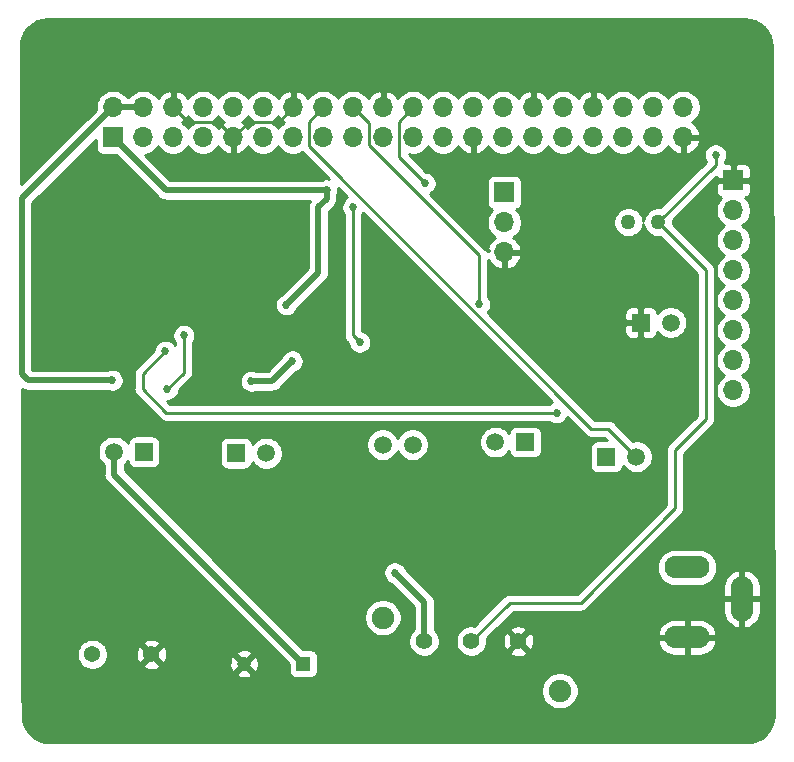
<source format=gbl>
G04 #@! TF.GenerationSoftware,KiCad,Pcbnew,(5.1.10-1-10_14)*
G04 #@! TF.CreationDate,2021-11-26T00:33:47-05:00*
G04 #@! TF.ProjectId,tool_circuit,746f6f6c-5f63-4697-9263-7569742e6b69,1.0*
G04 #@! TF.SameCoordinates,Original*
G04 #@! TF.FileFunction,Copper,L2,Bot*
G04 #@! TF.FilePolarity,Positive*
%FSLAX46Y46*%
G04 Gerber Fmt 4.6, Leading zero omitted, Abs format (unit mm)*
G04 Created by KiCad (PCBNEW (5.1.10-1-10_14)) date 2021-11-26 00:33:47*
%MOMM*%
%LPD*%
G01*
G04 APERTURE LIST*
G04 #@! TA.AperFunction,ComponentPad*
%ADD10C,1.200000*%
G04 #@! TD*
G04 #@! TA.AperFunction,ComponentPad*
%ADD11R,1.200000X1.200000*%
G04 #@! TD*
G04 #@! TA.AperFunction,ComponentPad*
%ADD12R,1.508000X1.508000*%
G04 #@! TD*
G04 #@! TA.AperFunction,ComponentPad*
%ADD13C,1.508000*%
G04 #@! TD*
G04 #@! TA.AperFunction,ComponentPad*
%ADD14C,1.905000*%
G04 #@! TD*
G04 #@! TA.AperFunction,ComponentPad*
%ADD15C,1.397000*%
G04 #@! TD*
G04 #@! TA.AperFunction,ComponentPad*
%ADD16R,1.700000X1.700000*%
G04 #@! TD*
G04 #@! TA.AperFunction,ComponentPad*
%ADD17O,1.700000X1.700000*%
G04 #@! TD*
G04 #@! TA.AperFunction,ComponentPad*
%ADD18O,1.900000X3.800000*%
G04 #@! TD*
G04 #@! TA.AperFunction,ComponentPad*
%ADD19O,3.800000X1.900000*%
G04 #@! TD*
G04 #@! TA.AperFunction,ComponentPad*
%ADD20C,1.371600*%
G04 #@! TD*
G04 #@! TA.AperFunction,ComponentPad*
%ADD21C,1.270000*%
G04 #@! TD*
G04 #@! TA.AperFunction,ViaPad*
%ADD22C,0.685800*%
G04 #@! TD*
G04 #@! TA.AperFunction,Conductor*
%ADD23C,0.254000*%
G04 #@! TD*
G04 #@! TA.AperFunction,Conductor*
%ADD24C,0.508000*%
G04 #@! TD*
G04 #@! TA.AperFunction,Conductor*
%ADD25C,0.153300*%
G04 #@! TD*
G04 APERTURE END LIST*
D10*
X119344800Y-97590600D03*
D11*
X124344800Y-97590600D03*
D12*
X152934400Y-68710800D03*
D13*
X155474400Y-68710800D03*
D12*
X110872000Y-79658200D03*
D13*
X108332000Y-79658200D03*
D14*
X146076400Y-99876600D03*
X131090400Y-93679000D03*
D15*
X142571200Y-95685600D03*
X138583400Y-95685600D03*
X134595600Y-95685600D03*
D12*
X150013400Y-80064600D03*
D13*
X152553400Y-80064600D03*
D12*
X143155400Y-78820000D03*
D13*
X140615400Y-78820000D03*
X133605000Y-79048600D03*
X131065000Y-79048600D03*
D16*
X141377400Y-57687200D03*
D17*
X141377400Y-60227200D03*
X141377400Y-62767200D03*
D16*
X160757600Y-56671200D03*
D17*
X160757600Y-59211200D03*
X160757600Y-61751200D03*
X160757600Y-64291200D03*
X160757600Y-66831200D03*
X160757600Y-69371200D03*
X160757600Y-71911200D03*
X160757600Y-74451200D03*
D18*
X161496000Y-92105400D03*
D19*
X156846000Y-95355400D03*
X156846000Y-89425400D03*
D12*
X118669800Y-79759800D03*
D13*
X121209800Y-79759800D03*
D17*
X156515800Y-50473600D03*
X156515800Y-53013600D03*
X153975800Y-50473600D03*
X153975800Y-53013600D03*
X151435800Y-50473600D03*
X151435800Y-53013600D03*
X148895800Y-50473600D03*
X148895800Y-53013600D03*
X146355800Y-50473600D03*
X146355800Y-53013600D03*
X143815800Y-50473600D03*
X143815800Y-53013600D03*
X141275800Y-50473600D03*
X141275800Y-53013600D03*
X138735800Y-50473600D03*
X138735800Y-53013600D03*
X136195800Y-50473600D03*
X136195800Y-53013600D03*
X133655800Y-50473600D03*
X133655800Y-53013600D03*
X131115800Y-50473600D03*
X131115800Y-53013600D03*
X128575800Y-50473600D03*
X128575800Y-53013600D03*
X126035800Y-50473600D03*
X126035800Y-53013600D03*
X123495800Y-50473600D03*
X123495800Y-53013600D03*
X120955800Y-50473600D03*
X120955800Y-53013600D03*
X118415800Y-50473600D03*
X118415800Y-53013600D03*
X115875800Y-50473600D03*
X115875800Y-53013600D03*
X113335800Y-50473600D03*
X113335800Y-53013600D03*
X110795800Y-50473600D03*
X110795800Y-53013600D03*
X108255800Y-50473600D03*
D16*
X108255800Y-53013600D03*
D20*
X106503200Y-96803200D03*
X111503200Y-96803200D03*
D21*
X151867600Y-60201800D03*
X154407600Y-60201800D03*
D22*
X110211600Y-67136000D03*
X108611400Y-67161400D03*
X107341400Y-67186800D03*
X105842800Y-67186800D03*
X104141000Y-67161400D03*
X121997200Y-62386200D03*
X122911600Y-62386200D03*
X121057400Y-62386200D03*
X122911600Y-67212200D03*
X126340600Y-57484000D03*
X132106400Y-89894400D03*
X108179600Y-73587600D03*
X119965200Y-73663800D03*
X123419600Y-71962000D03*
X134671800Y-56899800D03*
X128550400Y-58931800D03*
X129134600Y-70361800D03*
X139269200Y-67136000D03*
X145797000Y-76330800D03*
X112675400Y-71149200D03*
X112853200Y-74349600D03*
X114250200Y-69777600D03*
X159259000Y-54512200D03*
D23*
X117106801Y-51704601D02*
X118415800Y-53013600D01*
X114566801Y-51704601D02*
X117106801Y-51704601D01*
X113335800Y-50473600D02*
X114566801Y-51704601D01*
X119724799Y-51704601D02*
X118415800Y-53013600D01*
X122264799Y-51704601D02*
X119724799Y-51704601D01*
X123495800Y-50473600D02*
X122264799Y-51704601D01*
D24*
X112726200Y-57484000D02*
X108255800Y-53013600D01*
X126340600Y-57484000D02*
X112726200Y-57484000D01*
X126340600Y-57484000D02*
X126340600Y-58220600D01*
X126340600Y-58220600D02*
X125629400Y-58931800D01*
X125629400Y-64494400D02*
X122911600Y-67212200D01*
X125629400Y-58931800D02*
X125629400Y-64494400D01*
X134595600Y-92383600D02*
X132106400Y-89894400D01*
X134595600Y-95685600D02*
X134595600Y-92383600D01*
X100534200Y-58195200D02*
X108255800Y-50473600D01*
X100534200Y-65942200D02*
X100534200Y-58195200D01*
X108255800Y-50473600D02*
X110795800Y-50473600D01*
X108179600Y-73587600D02*
X101042200Y-73587600D01*
X100534200Y-73079600D02*
X100534200Y-65942200D01*
X101042200Y-73587600D02*
X100534200Y-73079600D01*
X121717800Y-73663800D02*
X123419600Y-71962000D01*
X119965200Y-73663800D02*
X121717800Y-73663800D01*
X108332000Y-81577800D02*
X124344800Y-97590600D01*
X108332000Y-79658200D02*
X108332000Y-81577800D01*
D23*
X132424799Y-51704601D02*
X132424799Y-54652799D01*
X132424799Y-54652799D02*
X134671800Y-56899800D01*
X133655800Y-50473600D02*
X132424799Y-51704601D01*
X128550400Y-69777600D02*
X129134600Y-70361800D01*
X128550400Y-58931800D02*
X128550400Y-69777600D01*
X124804799Y-51704601D02*
X126035800Y-50473600D01*
X124804799Y-53742973D02*
X124804799Y-51704601D01*
X150173799Y-77684999D02*
X148746825Y-77684999D01*
X152553400Y-80064600D02*
X150173799Y-77684999D01*
X148746825Y-77684999D02*
X124804799Y-53742973D01*
X139269200Y-67136000D02*
X139269200Y-63021200D01*
X129884799Y-53636799D02*
X139269200Y-63021200D01*
X129884799Y-51782599D02*
X129884799Y-53636799D01*
X128575800Y-50473600D02*
X129884799Y-51782599D01*
X112675400Y-71149200D02*
X110745000Y-73079600D01*
X112772426Y-76330800D02*
X145797000Y-76330800D01*
X110745000Y-74303374D02*
X112772426Y-76330800D01*
X110745000Y-73079600D02*
X110745000Y-74303374D01*
X114250200Y-72952600D02*
X114250200Y-69777600D01*
X112853200Y-74349600D02*
X114250200Y-72952600D01*
X159259000Y-55350400D02*
X154407600Y-60201800D01*
X159259000Y-54512200D02*
X159259000Y-55350400D01*
X154407600Y-60201800D02*
X158446200Y-64240400D01*
X158446200Y-64240400D02*
X158446200Y-76889600D01*
X158446200Y-76889600D02*
X155830000Y-79505800D01*
X155830000Y-79505800D02*
X155830000Y-84433400D01*
X155830000Y-84433400D02*
X147854400Y-92409000D01*
X141860000Y-92409000D02*
X138583400Y-95685600D01*
X147854400Y-92409000D02*
X141860000Y-92409000D01*
X162171734Y-43073453D02*
X162598955Y-43202438D01*
X162992984Y-43411946D01*
X163338814Y-43693999D01*
X163623273Y-44037851D01*
X163835529Y-44430410D01*
X163967492Y-44856713D01*
X164017644Y-45333887D01*
X164169907Y-101921726D01*
X164123048Y-102399633D01*
X163994063Y-102826853D01*
X163784554Y-103220884D01*
X163502501Y-103566714D01*
X163158651Y-103851172D01*
X162766093Y-104063427D01*
X162339788Y-104195391D01*
X161863036Y-104245500D01*
X102914721Y-104245500D01*
X102435867Y-104198548D01*
X102008647Y-104069563D01*
X101614616Y-103860054D01*
X101268786Y-103578001D01*
X100984328Y-103234151D01*
X100772073Y-102841593D01*
X100640109Y-102415288D01*
X100589956Y-101938113D01*
X100583989Y-99720245D01*
X144488900Y-99720245D01*
X144488900Y-100032955D01*
X144549907Y-100339657D01*
X144669576Y-100628563D01*
X144843308Y-100888572D01*
X145064428Y-101109692D01*
X145324437Y-101283424D01*
X145613343Y-101403093D01*
X145920045Y-101464100D01*
X146232755Y-101464100D01*
X146539457Y-101403093D01*
X146828363Y-101283424D01*
X147088372Y-101109692D01*
X147309492Y-100888572D01*
X147483224Y-100628563D01*
X147602893Y-100339657D01*
X147663900Y-100032955D01*
X147663900Y-99720245D01*
X147602893Y-99413543D01*
X147483224Y-99124637D01*
X147309492Y-98864628D01*
X147088372Y-98643508D01*
X146828363Y-98469776D01*
X146539457Y-98350107D01*
X146232755Y-98289100D01*
X145920045Y-98289100D01*
X145613343Y-98350107D01*
X145324437Y-98469776D01*
X145064428Y-98643508D01*
X144843308Y-98864628D01*
X144669576Y-99124637D01*
X144549907Y-99413543D01*
X144488900Y-99720245D01*
X100583989Y-99720245D01*
X100580545Y-98440364D01*
X118674641Y-98440364D01*
X118721948Y-98663948D01*
X118943316Y-98764837D01*
X119180113Y-98820600D01*
X119423238Y-98829095D01*
X119663349Y-98789995D01*
X119891218Y-98704802D01*
X119967652Y-98663948D01*
X120014959Y-98440364D01*
X119344800Y-97770205D01*
X118674641Y-98440364D01*
X100580545Y-98440364D01*
X100575790Y-96673113D01*
X105182400Y-96673113D01*
X105182400Y-96933287D01*
X105233157Y-97188463D01*
X105332722Y-97428834D01*
X105477267Y-97645161D01*
X105661239Y-97829133D01*
X105877566Y-97973678D01*
X106117937Y-98073243D01*
X106373113Y-98124000D01*
X106633287Y-98124000D01*
X106888463Y-98073243D01*
X107128834Y-97973678D01*
X107345161Y-97829133D01*
X107459973Y-97714321D01*
X110771685Y-97714321D01*
X110829421Y-97946642D01*
X111065442Y-98056119D01*
X111318286Y-98117447D01*
X111578236Y-98128269D01*
X111835303Y-98088170D01*
X112079607Y-97998690D01*
X112176979Y-97946642D01*
X112234715Y-97714321D01*
X112189433Y-97669038D01*
X118106305Y-97669038D01*
X118145405Y-97909149D01*
X118230598Y-98137018D01*
X118271452Y-98213452D01*
X118495036Y-98260759D01*
X119165195Y-97590600D01*
X119524405Y-97590600D01*
X120194564Y-98260759D01*
X120418148Y-98213452D01*
X120519037Y-97992084D01*
X120574800Y-97755287D01*
X120583295Y-97512162D01*
X120544195Y-97272051D01*
X120459002Y-97044182D01*
X120418148Y-96967748D01*
X120194564Y-96920441D01*
X119524405Y-97590600D01*
X119165195Y-97590600D01*
X118495036Y-96920441D01*
X118271452Y-96967748D01*
X118170563Y-97189116D01*
X118114800Y-97425913D01*
X118106305Y-97669038D01*
X112189433Y-97669038D01*
X111503200Y-96982805D01*
X110771685Y-97714321D01*
X107459973Y-97714321D01*
X107529133Y-97645161D01*
X107673678Y-97428834D01*
X107773243Y-97188463D01*
X107824000Y-96933287D01*
X107824000Y-96878236D01*
X110178131Y-96878236D01*
X110218230Y-97135303D01*
X110307710Y-97379607D01*
X110359758Y-97476979D01*
X110592079Y-97534715D01*
X111323595Y-96803200D01*
X111682805Y-96803200D01*
X112414321Y-97534715D01*
X112646642Y-97476979D01*
X112756119Y-97240958D01*
X112817447Y-96988114D01*
X112827741Y-96740836D01*
X118674641Y-96740836D01*
X119344800Y-97410995D01*
X120014959Y-96740836D01*
X119967652Y-96517252D01*
X119746284Y-96416363D01*
X119509487Y-96360600D01*
X119266362Y-96352105D01*
X119026251Y-96391205D01*
X118798382Y-96476398D01*
X118721948Y-96517252D01*
X118674641Y-96740836D01*
X112827741Y-96740836D01*
X112828269Y-96728164D01*
X112788170Y-96471097D01*
X112698690Y-96226793D01*
X112646642Y-96129421D01*
X112414321Y-96071685D01*
X111682805Y-96803200D01*
X111323595Y-96803200D01*
X110592079Y-96071685D01*
X110359758Y-96129421D01*
X110250281Y-96365442D01*
X110188953Y-96618286D01*
X110178131Y-96878236D01*
X107824000Y-96878236D01*
X107824000Y-96673113D01*
X107773243Y-96417937D01*
X107673678Y-96177566D01*
X107529133Y-95961239D01*
X107459973Y-95892079D01*
X110771685Y-95892079D01*
X111503200Y-96623595D01*
X112234715Y-95892079D01*
X112176979Y-95659758D01*
X111940958Y-95550281D01*
X111688114Y-95488953D01*
X111428164Y-95478131D01*
X111171097Y-95518230D01*
X110926793Y-95607710D01*
X110829421Y-95659758D01*
X110771685Y-95892079D01*
X107459973Y-95892079D01*
X107345161Y-95777267D01*
X107128834Y-95632722D01*
X106888463Y-95533157D01*
X106633287Y-95482400D01*
X106373113Y-95482400D01*
X106117937Y-95533157D01*
X105877566Y-95632722D01*
X105661239Y-95777267D01*
X105477267Y-95961239D01*
X105332722Y-96177566D01*
X105233157Y-96417937D01*
X105182400Y-96673113D01*
X100575790Y-96673113D01*
X100529639Y-79521395D01*
X106943000Y-79521395D01*
X106943000Y-79795005D01*
X106996378Y-80063356D01*
X107101084Y-80316138D01*
X107253093Y-80543636D01*
X107443001Y-80733544D01*
X107443001Y-81534130D01*
X107438700Y-81577800D01*
X107455864Y-81752074D01*
X107506698Y-81919652D01*
X107589248Y-82074091D01*
X107700342Y-82209459D01*
X107734259Y-82237294D01*
X123106728Y-97609764D01*
X123106728Y-98190600D01*
X123118988Y-98315082D01*
X123155298Y-98434780D01*
X123214263Y-98545094D01*
X123293615Y-98641785D01*
X123390306Y-98721137D01*
X123500620Y-98780102D01*
X123620318Y-98816412D01*
X123744800Y-98828672D01*
X124944800Y-98828672D01*
X125069282Y-98816412D01*
X125188980Y-98780102D01*
X125299294Y-98721137D01*
X125395985Y-98641785D01*
X125475337Y-98545094D01*
X125534302Y-98434780D01*
X125570612Y-98315082D01*
X125582872Y-98190600D01*
X125582872Y-96990600D01*
X125570612Y-96866118D01*
X125534302Y-96746420D01*
X125475337Y-96636106D01*
X125395985Y-96539415D01*
X125299294Y-96460063D01*
X125188980Y-96401098D01*
X125069282Y-96364788D01*
X124944800Y-96352528D01*
X124363964Y-96352528D01*
X121534081Y-93522645D01*
X129502900Y-93522645D01*
X129502900Y-93835355D01*
X129563907Y-94142057D01*
X129683576Y-94430963D01*
X129857308Y-94690972D01*
X130078428Y-94912092D01*
X130338437Y-95085824D01*
X130627343Y-95205493D01*
X130934045Y-95266500D01*
X131246755Y-95266500D01*
X131553457Y-95205493D01*
X131842363Y-95085824D01*
X132102372Y-94912092D01*
X132323492Y-94690972D01*
X132497224Y-94430963D01*
X132616893Y-94142057D01*
X132677900Y-93835355D01*
X132677900Y-93522645D01*
X132616893Y-93215943D01*
X132497224Y-92927037D01*
X132323492Y-92667028D01*
X132102372Y-92445908D01*
X131842363Y-92272176D01*
X131553457Y-92152507D01*
X131246755Y-92091500D01*
X130934045Y-92091500D01*
X130627343Y-92152507D01*
X130338437Y-92272176D01*
X130078428Y-92445908D01*
X129857308Y-92667028D01*
X129683576Y-92927037D01*
X129563907Y-93215943D01*
X129502900Y-93522645D01*
X121534081Y-93522645D01*
X117809521Y-89798085D01*
X131128500Y-89798085D01*
X131128500Y-89990715D01*
X131166080Y-90179643D01*
X131239796Y-90357610D01*
X131346815Y-90517775D01*
X131483025Y-90653985D01*
X131643190Y-90761004D01*
X131767090Y-90812325D01*
X133706601Y-92751836D01*
X133706600Y-94688746D01*
X133559803Y-94835543D01*
X133413868Y-95053951D01*
X133313346Y-95296632D01*
X133262100Y-95554262D01*
X133262100Y-95816938D01*
X133313346Y-96074568D01*
X133413868Y-96317249D01*
X133559803Y-96535657D01*
X133745543Y-96721397D01*
X133963951Y-96867332D01*
X134206632Y-96967854D01*
X134464262Y-97019100D01*
X134726938Y-97019100D01*
X134984568Y-96967854D01*
X135227249Y-96867332D01*
X135445657Y-96721397D01*
X135631397Y-96535657D01*
X135777332Y-96317249D01*
X135877854Y-96074568D01*
X135929100Y-95816938D01*
X135929100Y-95554262D01*
X137249900Y-95554262D01*
X137249900Y-95816938D01*
X137301146Y-96074568D01*
X137401668Y-96317249D01*
X137547603Y-96535657D01*
X137733343Y-96721397D01*
X137951751Y-96867332D01*
X138194432Y-96967854D01*
X138452062Y-97019100D01*
X138714738Y-97019100D01*
X138972368Y-96967854D01*
X139215049Y-96867332D01*
X139433457Y-96721397D01*
X139549057Y-96605797D01*
X141830608Y-96605797D01*
X141889886Y-96839412D01*
X142128075Y-96950159D01*
X142383293Y-97012311D01*
X142645733Y-97023476D01*
X142905307Y-96983229D01*
X143152042Y-96893114D01*
X143252514Y-96839412D01*
X143311792Y-96605797D01*
X142571200Y-95865205D01*
X141830608Y-96605797D01*
X139549057Y-96605797D01*
X139619197Y-96535657D01*
X139765132Y-96317249D01*
X139865654Y-96074568D01*
X139916900Y-95816938D01*
X139916900Y-95760133D01*
X141233324Y-95760133D01*
X141273571Y-96019707D01*
X141363686Y-96266442D01*
X141417388Y-96366914D01*
X141651003Y-96426192D01*
X142391595Y-95685600D01*
X142750805Y-95685600D01*
X143491397Y-96426192D01*
X143725012Y-96366914D01*
X143835759Y-96128725D01*
X143897911Y-95873507D01*
X143904101Y-95727988D01*
X154355414Y-95727988D01*
X154383051Y-95844621D01*
X154507564Y-96130383D01*
X154685434Y-96386362D01*
X154909825Y-96602722D01*
X155172114Y-96771148D01*
X155462222Y-96885168D01*
X155769000Y-96940400D01*
X156719000Y-96940400D01*
X156719000Y-95482400D01*
X156973000Y-95482400D01*
X156973000Y-96940400D01*
X157923000Y-96940400D01*
X158229778Y-96885168D01*
X158519886Y-96771148D01*
X158782175Y-96602722D01*
X159006566Y-96386362D01*
X159184436Y-96130383D01*
X159308949Y-95844621D01*
X159336586Y-95727988D01*
X159216584Y-95482400D01*
X156973000Y-95482400D01*
X156719000Y-95482400D01*
X154475416Y-95482400D01*
X154355414Y-95727988D01*
X143904101Y-95727988D01*
X143909076Y-95611067D01*
X143868829Y-95351493D01*
X143778714Y-95104758D01*
X143725012Y-95004286D01*
X143640383Y-94982812D01*
X154355414Y-94982812D01*
X154475416Y-95228400D01*
X156719000Y-95228400D01*
X156719000Y-93770400D01*
X156973000Y-93770400D01*
X156973000Y-95228400D01*
X159216584Y-95228400D01*
X159336586Y-94982812D01*
X159308949Y-94866179D01*
X159184436Y-94580417D01*
X159006566Y-94324438D01*
X158782175Y-94108078D01*
X158519886Y-93939652D01*
X158229778Y-93825632D01*
X157923000Y-93770400D01*
X156973000Y-93770400D01*
X156719000Y-93770400D01*
X155769000Y-93770400D01*
X155462222Y-93825632D01*
X155172114Y-93939652D01*
X154909825Y-94108078D01*
X154685434Y-94324438D01*
X154507564Y-94580417D01*
X154383051Y-94866179D01*
X154355414Y-94982812D01*
X143640383Y-94982812D01*
X143491397Y-94945008D01*
X142750805Y-95685600D01*
X142391595Y-95685600D01*
X141651003Y-94945008D01*
X141417388Y-95004286D01*
X141306641Y-95242475D01*
X141244489Y-95497693D01*
X141233324Y-95760133D01*
X139916900Y-95760133D01*
X139916900Y-95554262D01*
X139896239Y-95450391D01*
X140581227Y-94765403D01*
X141830608Y-94765403D01*
X142571200Y-95505995D01*
X143311792Y-94765403D01*
X143252514Y-94531788D01*
X143014325Y-94421041D01*
X142759107Y-94358889D01*
X142496667Y-94347724D01*
X142237093Y-94387971D01*
X141990358Y-94478086D01*
X141889886Y-94531788D01*
X141830608Y-94765403D01*
X140581227Y-94765403D01*
X142175631Y-93171000D01*
X147816977Y-93171000D01*
X147854400Y-93174686D01*
X147891823Y-93171000D01*
X147891826Y-93171000D01*
X148003778Y-93159974D01*
X148147415Y-93116402D01*
X148279792Y-93045645D01*
X148395822Y-92950422D01*
X148419684Y-92921346D01*
X149108630Y-92232400D01*
X159911000Y-92232400D01*
X159911000Y-93182400D01*
X159966232Y-93489178D01*
X160080252Y-93779286D01*
X160248678Y-94041575D01*
X160465038Y-94265966D01*
X160721017Y-94443836D01*
X161006779Y-94568349D01*
X161123412Y-94595986D01*
X161369000Y-94475984D01*
X161369000Y-92232400D01*
X161623000Y-92232400D01*
X161623000Y-94475984D01*
X161868588Y-94595986D01*
X161985221Y-94568349D01*
X162270983Y-94443836D01*
X162526962Y-94265966D01*
X162743322Y-94041575D01*
X162911748Y-93779286D01*
X163025768Y-93489178D01*
X163081000Y-93182400D01*
X163081000Y-92232400D01*
X161623000Y-92232400D01*
X161369000Y-92232400D01*
X159911000Y-92232400D01*
X149108630Y-92232400D01*
X150312630Y-91028400D01*
X159911000Y-91028400D01*
X159911000Y-91978400D01*
X161369000Y-91978400D01*
X161369000Y-89734816D01*
X161623000Y-89734816D01*
X161623000Y-91978400D01*
X163081000Y-91978400D01*
X163081000Y-91028400D01*
X163025768Y-90721622D01*
X162911748Y-90431514D01*
X162743322Y-90169225D01*
X162526962Y-89944834D01*
X162270983Y-89766964D01*
X161985221Y-89642451D01*
X161868588Y-89614814D01*
X161623000Y-89734816D01*
X161369000Y-89734816D01*
X161123412Y-89614814D01*
X161006779Y-89642451D01*
X160721017Y-89766964D01*
X160465038Y-89944834D01*
X160248678Y-90169225D01*
X160080252Y-90431514D01*
X159966232Y-90721622D01*
X159911000Y-91028400D01*
X150312630Y-91028400D01*
X151915630Y-89425400D01*
X154303331Y-89425400D01*
X154333934Y-89736114D01*
X154424566Y-90034888D01*
X154571744Y-90310239D01*
X154769813Y-90551587D01*
X155011161Y-90749656D01*
X155286512Y-90896834D01*
X155585286Y-90987466D01*
X155818136Y-91010400D01*
X157873864Y-91010400D01*
X158106714Y-90987466D01*
X158405488Y-90896834D01*
X158680839Y-90749656D01*
X158922187Y-90551587D01*
X159120256Y-90310239D01*
X159267434Y-90034888D01*
X159358066Y-89736114D01*
X159388669Y-89425400D01*
X159358066Y-89114686D01*
X159267434Y-88815912D01*
X159120256Y-88540561D01*
X158922187Y-88299213D01*
X158680839Y-88101144D01*
X158405488Y-87953966D01*
X158106714Y-87863334D01*
X157873864Y-87840400D01*
X155818136Y-87840400D01*
X155585286Y-87863334D01*
X155286512Y-87953966D01*
X155011161Y-88101144D01*
X154769813Y-88299213D01*
X154571744Y-88540561D01*
X154424566Y-88815912D01*
X154333934Y-89114686D01*
X154303331Y-89425400D01*
X151915630Y-89425400D01*
X156342346Y-84998684D01*
X156371422Y-84974822D01*
X156431857Y-84901181D01*
X156466645Y-84858793D01*
X156537401Y-84726416D01*
X156537402Y-84726415D01*
X156580974Y-84582778D01*
X156592000Y-84470826D01*
X156592000Y-84470823D01*
X156595686Y-84433400D01*
X156592000Y-84395977D01*
X156592000Y-79821430D01*
X158958546Y-77454884D01*
X158987622Y-77431022D01*
X159048057Y-77357381D01*
X159082845Y-77314993D01*
X159153601Y-77182616D01*
X159153602Y-77182615D01*
X159197174Y-77038978D01*
X159208200Y-76927026D01*
X159208200Y-76927023D01*
X159211886Y-76889600D01*
X159208200Y-76852177D01*
X159208200Y-64277823D01*
X159211886Y-64240400D01*
X159208200Y-64202974D01*
X159197174Y-64091022D01*
X159153602Y-63947385D01*
X159105847Y-63858042D01*
X159082845Y-63815007D01*
X159011479Y-63728048D01*
X158987622Y-63698978D01*
X158958553Y-63675122D01*
X155666437Y-60383006D01*
X155677600Y-60326884D01*
X155677600Y-60076716D01*
X155666437Y-60020593D01*
X158165830Y-57521200D01*
X159269528Y-57521200D01*
X159281788Y-57645682D01*
X159318098Y-57765380D01*
X159377063Y-57875694D01*
X159456415Y-57972385D01*
X159553106Y-58051737D01*
X159663420Y-58110702D01*
X159735980Y-58132713D01*
X159604125Y-58264568D01*
X159441610Y-58507789D01*
X159329668Y-58778042D01*
X159272600Y-59064940D01*
X159272600Y-59357460D01*
X159329668Y-59644358D01*
X159441610Y-59914611D01*
X159604125Y-60157832D01*
X159810968Y-60364675D01*
X159985360Y-60481200D01*
X159810968Y-60597725D01*
X159604125Y-60804568D01*
X159441610Y-61047789D01*
X159329668Y-61318042D01*
X159272600Y-61604940D01*
X159272600Y-61897460D01*
X159329668Y-62184358D01*
X159441610Y-62454611D01*
X159604125Y-62697832D01*
X159810968Y-62904675D01*
X159985360Y-63021200D01*
X159810968Y-63137725D01*
X159604125Y-63344568D01*
X159441610Y-63587789D01*
X159329668Y-63858042D01*
X159272600Y-64144940D01*
X159272600Y-64437460D01*
X159329668Y-64724358D01*
X159441610Y-64994611D01*
X159604125Y-65237832D01*
X159810968Y-65444675D01*
X159985360Y-65561200D01*
X159810968Y-65677725D01*
X159604125Y-65884568D01*
X159441610Y-66127789D01*
X159329668Y-66398042D01*
X159272600Y-66684940D01*
X159272600Y-66977460D01*
X159329668Y-67264358D01*
X159441610Y-67534611D01*
X159604125Y-67777832D01*
X159810968Y-67984675D01*
X159985360Y-68101200D01*
X159810968Y-68217725D01*
X159604125Y-68424568D01*
X159441610Y-68667789D01*
X159329668Y-68938042D01*
X159272600Y-69224940D01*
X159272600Y-69517460D01*
X159329668Y-69804358D01*
X159441610Y-70074611D01*
X159604125Y-70317832D01*
X159810968Y-70524675D01*
X159985360Y-70641200D01*
X159810968Y-70757725D01*
X159604125Y-70964568D01*
X159441610Y-71207789D01*
X159329668Y-71478042D01*
X159272600Y-71764940D01*
X159272600Y-72057460D01*
X159329668Y-72344358D01*
X159441610Y-72614611D01*
X159604125Y-72857832D01*
X159810968Y-73064675D01*
X159985360Y-73181200D01*
X159810968Y-73297725D01*
X159604125Y-73504568D01*
X159441610Y-73747789D01*
X159329668Y-74018042D01*
X159272600Y-74304940D01*
X159272600Y-74597460D01*
X159329668Y-74884358D01*
X159441610Y-75154611D01*
X159604125Y-75397832D01*
X159810968Y-75604675D01*
X160054189Y-75767190D01*
X160324442Y-75879132D01*
X160611340Y-75936200D01*
X160903860Y-75936200D01*
X161190758Y-75879132D01*
X161461011Y-75767190D01*
X161704232Y-75604675D01*
X161911075Y-75397832D01*
X162073590Y-75154611D01*
X162185532Y-74884358D01*
X162242600Y-74597460D01*
X162242600Y-74304940D01*
X162185532Y-74018042D01*
X162073590Y-73747789D01*
X161911075Y-73504568D01*
X161704232Y-73297725D01*
X161529840Y-73181200D01*
X161704232Y-73064675D01*
X161911075Y-72857832D01*
X162073590Y-72614611D01*
X162185532Y-72344358D01*
X162242600Y-72057460D01*
X162242600Y-71764940D01*
X162185532Y-71478042D01*
X162073590Y-71207789D01*
X161911075Y-70964568D01*
X161704232Y-70757725D01*
X161529840Y-70641200D01*
X161704232Y-70524675D01*
X161911075Y-70317832D01*
X162073590Y-70074611D01*
X162185532Y-69804358D01*
X162242600Y-69517460D01*
X162242600Y-69224940D01*
X162185532Y-68938042D01*
X162073590Y-68667789D01*
X161911075Y-68424568D01*
X161704232Y-68217725D01*
X161529840Y-68101200D01*
X161704232Y-67984675D01*
X161911075Y-67777832D01*
X162073590Y-67534611D01*
X162185532Y-67264358D01*
X162242600Y-66977460D01*
X162242600Y-66684940D01*
X162185532Y-66398042D01*
X162073590Y-66127789D01*
X161911075Y-65884568D01*
X161704232Y-65677725D01*
X161529840Y-65561200D01*
X161704232Y-65444675D01*
X161911075Y-65237832D01*
X162073590Y-64994611D01*
X162185532Y-64724358D01*
X162242600Y-64437460D01*
X162242600Y-64144940D01*
X162185532Y-63858042D01*
X162073590Y-63587789D01*
X161911075Y-63344568D01*
X161704232Y-63137725D01*
X161529840Y-63021200D01*
X161704232Y-62904675D01*
X161911075Y-62697832D01*
X162073590Y-62454611D01*
X162185532Y-62184358D01*
X162242600Y-61897460D01*
X162242600Y-61604940D01*
X162185532Y-61318042D01*
X162073590Y-61047789D01*
X161911075Y-60804568D01*
X161704232Y-60597725D01*
X161529840Y-60481200D01*
X161704232Y-60364675D01*
X161911075Y-60157832D01*
X162073590Y-59914611D01*
X162185532Y-59644358D01*
X162242600Y-59357460D01*
X162242600Y-59064940D01*
X162185532Y-58778042D01*
X162073590Y-58507789D01*
X161911075Y-58264568D01*
X161779220Y-58132713D01*
X161851780Y-58110702D01*
X161962094Y-58051737D01*
X162058785Y-57972385D01*
X162138137Y-57875694D01*
X162197102Y-57765380D01*
X162233412Y-57645682D01*
X162245672Y-57521200D01*
X162242600Y-56956950D01*
X162083850Y-56798200D01*
X160884600Y-56798200D01*
X160884600Y-56818200D01*
X160630600Y-56818200D01*
X160630600Y-56798200D01*
X159431350Y-56798200D01*
X159272600Y-56956950D01*
X159269528Y-57521200D01*
X158165830Y-57521200D01*
X159287090Y-56399940D01*
X159431350Y-56544200D01*
X160630600Y-56544200D01*
X160630600Y-55344950D01*
X160884600Y-55344950D01*
X160884600Y-56544200D01*
X162083850Y-56544200D01*
X162242600Y-56385450D01*
X162245672Y-55821200D01*
X162233412Y-55696718D01*
X162197102Y-55577020D01*
X162138137Y-55466706D01*
X162058785Y-55370015D01*
X161962094Y-55290663D01*
X161851780Y-55231698D01*
X161732082Y-55195388D01*
X161607600Y-55183128D01*
X161043350Y-55186200D01*
X160884600Y-55344950D01*
X160630600Y-55344950D01*
X160471850Y-55186200D01*
X160021000Y-55183745D01*
X160021000Y-55131961D01*
X160125604Y-54975410D01*
X160199320Y-54797443D01*
X160236900Y-54608515D01*
X160236900Y-54415885D01*
X160199320Y-54226957D01*
X160125604Y-54048990D01*
X160018585Y-53888825D01*
X159882375Y-53752615D01*
X159722210Y-53645596D01*
X159544243Y-53571880D01*
X159355315Y-53534300D01*
X159162685Y-53534300D01*
X158973757Y-53571880D01*
X158795790Y-53645596D01*
X158635625Y-53752615D01*
X158499415Y-53888825D01*
X158392396Y-54048990D01*
X158318680Y-54226957D01*
X158281100Y-54415885D01*
X158281100Y-54608515D01*
X158318680Y-54797443D01*
X158392396Y-54975410D01*
X158458071Y-55073699D01*
X154588807Y-58942963D01*
X154532684Y-58931800D01*
X154282516Y-58931800D01*
X154037155Y-58980605D01*
X153806029Y-59076341D01*
X153598022Y-59215327D01*
X153421127Y-59392222D01*
X153282141Y-59600229D01*
X153186405Y-59831355D01*
X153137600Y-60076716D01*
X153088795Y-59831355D01*
X152993059Y-59600229D01*
X152854073Y-59392222D01*
X152677178Y-59215327D01*
X152469171Y-59076341D01*
X152238045Y-58980605D01*
X151992684Y-58931800D01*
X151742516Y-58931800D01*
X151497155Y-58980605D01*
X151266029Y-59076341D01*
X151058022Y-59215327D01*
X150881127Y-59392222D01*
X150742141Y-59600229D01*
X150646405Y-59831355D01*
X150597600Y-60076716D01*
X150597600Y-60326884D01*
X150646405Y-60572245D01*
X150742141Y-60803371D01*
X150881127Y-61011378D01*
X151058022Y-61188273D01*
X151266029Y-61327259D01*
X151497155Y-61422995D01*
X151742516Y-61471800D01*
X151992684Y-61471800D01*
X152238045Y-61422995D01*
X152469171Y-61327259D01*
X152677178Y-61188273D01*
X152854073Y-61011378D01*
X152993059Y-60803371D01*
X153088795Y-60572245D01*
X153137600Y-60326884D01*
X153186405Y-60572245D01*
X153282141Y-60803371D01*
X153421127Y-61011378D01*
X153598022Y-61188273D01*
X153806029Y-61327259D01*
X154037155Y-61422995D01*
X154282516Y-61471800D01*
X154532684Y-61471800D01*
X154588806Y-61460637D01*
X157684200Y-64556031D01*
X157684201Y-76573969D01*
X155317654Y-78940516D01*
X155288578Y-78964378D01*
X155237563Y-79026541D01*
X155193355Y-79080408D01*
X155181888Y-79101862D01*
X155122598Y-79212786D01*
X155079026Y-79356423D01*
X155069440Y-79453756D01*
X155064314Y-79505800D01*
X155068000Y-79543223D01*
X155068001Y-84117769D01*
X147538770Y-91647000D01*
X141897422Y-91647000D01*
X141859999Y-91643314D01*
X141822576Y-91647000D01*
X141822574Y-91647000D01*
X141710622Y-91658026D01*
X141566985Y-91701598D01*
X141434608Y-91772355D01*
X141318578Y-91867578D01*
X141294721Y-91896648D01*
X138818609Y-94372761D01*
X138714738Y-94352100D01*
X138452062Y-94352100D01*
X138194432Y-94403346D01*
X137951751Y-94503868D01*
X137733343Y-94649803D01*
X137547603Y-94835543D01*
X137401668Y-95053951D01*
X137301146Y-95296632D01*
X137249900Y-95554262D01*
X135929100Y-95554262D01*
X135877854Y-95296632D01*
X135777332Y-95053951D01*
X135631397Y-94835543D01*
X135484600Y-94688746D01*
X135484600Y-92427259D01*
X135488900Y-92383599D01*
X135484600Y-92339939D01*
X135484600Y-92339933D01*
X135471736Y-92209326D01*
X135471736Y-92209324D01*
X135440896Y-92107658D01*
X135420903Y-92041749D01*
X135338353Y-91887309D01*
X135227259Y-91751941D01*
X135193336Y-91724101D01*
X133024325Y-89555090D01*
X132973004Y-89431190D01*
X132865985Y-89271025D01*
X132729775Y-89134815D01*
X132569610Y-89027796D01*
X132391643Y-88954080D01*
X132202715Y-88916500D01*
X132010085Y-88916500D01*
X131821157Y-88954080D01*
X131643190Y-89027796D01*
X131483025Y-89134815D01*
X131346815Y-89271025D01*
X131239796Y-89431190D01*
X131166080Y-89609157D01*
X131128500Y-89798085D01*
X117809521Y-89798085D01*
X109221000Y-81209565D01*
X109221000Y-80733543D01*
X109410907Y-80543636D01*
X109482343Y-80436724D01*
X109492188Y-80536682D01*
X109528498Y-80656380D01*
X109587463Y-80766694D01*
X109666815Y-80863385D01*
X109763506Y-80942737D01*
X109873820Y-81001702D01*
X109993518Y-81038012D01*
X110118000Y-81050272D01*
X111626000Y-81050272D01*
X111750482Y-81038012D01*
X111870180Y-81001702D01*
X111980494Y-80942737D01*
X112077185Y-80863385D01*
X112156537Y-80766694D01*
X112215502Y-80656380D01*
X112251812Y-80536682D01*
X112264072Y-80412200D01*
X112264072Y-79005800D01*
X117277728Y-79005800D01*
X117277728Y-80513800D01*
X117289988Y-80638282D01*
X117326298Y-80757980D01*
X117385263Y-80868294D01*
X117464615Y-80964985D01*
X117561306Y-81044337D01*
X117671620Y-81103302D01*
X117791318Y-81139612D01*
X117915800Y-81151872D01*
X119423800Y-81151872D01*
X119548282Y-81139612D01*
X119667980Y-81103302D01*
X119778294Y-81044337D01*
X119874985Y-80964985D01*
X119954337Y-80868294D01*
X120013302Y-80757980D01*
X120049612Y-80638282D01*
X120059457Y-80538324D01*
X120130893Y-80645236D01*
X120324364Y-80838707D01*
X120551862Y-80990716D01*
X120804644Y-81095422D01*
X121072995Y-81148800D01*
X121346605Y-81148800D01*
X121614956Y-81095422D01*
X121867738Y-80990716D01*
X122095236Y-80838707D01*
X122288707Y-80645236D01*
X122440716Y-80417738D01*
X122545422Y-80164956D01*
X122598800Y-79896605D01*
X122598800Y-79622995D01*
X122545422Y-79354644D01*
X122440716Y-79101862D01*
X122313718Y-78911795D01*
X129676000Y-78911795D01*
X129676000Y-79185405D01*
X129729378Y-79453756D01*
X129834084Y-79706538D01*
X129986093Y-79934036D01*
X130179564Y-80127507D01*
X130407062Y-80279516D01*
X130659844Y-80384222D01*
X130928195Y-80437600D01*
X131201805Y-80437600D01*
X131470156Y-80384222D01*
X131722938Y-80279516D01*
X131950436Y-80127507D01*
X132143907Y-79934036D01*
X132295916Y-79706538D01*
X132335000Y-79612181D01*
X132374084Y-79706538D01*
X132526093Y-79934036D01*
X132719564Y-80127507D01*
X132947062Y-80279516D01*
X133199844Y-80384222D01*
X133468195Y-80437600D01*
X133741805Y-80437600D01*
X134010156Y-80384222D01*
X134262938Y-80279516D01*
X134490436Y-80127507D01*
X134683907Y-79934036D01*
X134835916Y-79706538D01*
X134940622Y-79453756D01*
X134994000Y-79185405D01*
X134994000Y-78911795D01*
X134948529Y-78683195D01*
X139226400Y-78683195D01*
X139226400Y-78956805D01*
X139279778Y-79225156D01*
X139384484Y-79477938D01*
X139536493Y-79705436D01*
X139729964Y-79898907D01*
X139957462Y-80050916D01*
X140210244Y-80155622D01*
X140478595Y-80209000D01*
X140752205Y-80209000D01*
X141020556Y-80155622D01*
X141273338Y-80050916D01*
X141500836Y-79898907D01*
X141694307Y-79705436D01*
X141765743Y-79598524D01*
X141775588Y-79698482D01*
X141811898Y-79818180D01*
X141870863Y-79928494D01*
X141950215Y-80025185D01*
X142046906Y-80104537D01*
X142157220Y-80163502D01*
X142276918Y-80199812D01*
X142401400Y-80212072D01*
X143909400Y-80212072D01*
X144033882Y-80199812D01*
X144153580Y-80163502D01*
X144263894Y-80104537D01*
X144360585Y-80025185D01*
X144439937Y-79928494D01*
X144498902Y-79818180D01*
X144535212Y-79698482D01*
X144547472Y-79574000D01*
X144547472Y-78066000D01*
X144535212Y-77941518D01*
X144498902Y-77821820D01*
X144439937Y-77711506D01*
X144360585Y-77614815D01*
X144263894Y-77535463D01*
X144153580Y-77476498D01*
X144033882Y-77440188D01*
X143909400Y-77427928D01*
X142401400Y-77427928D01*
X142276918Y-77440188D01*
X142157220Y-77476498D01*
X142046906Y-77535463D01*
X141950215Y-77614815D01*
X141870863Y-77711506D01*
X141811898Y-77821820D01*
X141775588Y-77941518D01*
X141765743Y-78041476D01*
X141694307Y-77934564D01*
X141500836Y-77741093D01*
X141273338Y-77589084D01*
X141020556Y-77484378D01*
X140752205Y-77431000D01*
X140478595Y-77431000D01*
X140210244Y-77484378D01*
X139957462Y-77589084D01*
X139729964Y-77741093D01*
X139536493Y-77934564D01*
X139384484Y-78162062D01*
X139279778Y-78414844D01*
X139226400Y-78683195D01*
X134948529Y-78683195D01*
X134940622Y-78643444D01*
X134835916Y-78390662D01*
X134683907Y-78163164D01*
X134490436Y-77969693D01*
X134262938Y-77817684D01*
X134010156Y-77712978D01*
X133741805Y-77659600D01*
X133468195Y-77659600D01*
X133199844Y-77712978D01*
X132947062Y-77817684D01*
X132719564Y-77969693D01*
X132526093Y-78163164D01*
X132374084Y-78390662D01*
X132335000Y-78485019D01*
X132295916Y-78390662D01*
X132143907Y-78163164D01*
X131950436Y-77969693D01*
X131722938Y-77817684D01*
X131470156Y-77712978D01*
X131201805Y-77659600D01*
X130928195Y-77659600D01*
X130659844Y-77712978D01*
X130407062Y-77817684D01*
X130179564Y-77969693D01*
X129986093Y-78163164D01*
X129834084Y-78390662D01*
X129729378Y-78643444D01*
X129676000Y-78911795D01*
X122313718Y-78911795D01*
X122288707Y-78874364D01*
X122095236Y-78680893D01*
X121867738Y-78528884D01*
X121614956Y-78424178D01*
X121346605Y-78370800D01*
X121072995Y-78370800D01*
X120804644Y-78424178D01*
X120551862Y-78528884D01*
X120324364Y-78680893D01*
X120130893Y-78874364D01*
X120059457Y-78981276D01*
X120049612Y-78881318D01*
X120013302Y-78761620D01*
X119954337Y-78651306D01*
X119874985Y-78554615D01*
X119778294Y-78475263D01*
X119667980Y-78416298D01*
X119548282Y-78379988D01*
X119423800Y-78367728D01*
X117915800Y-78367728D01*
X117791318Y-78379988D01*
X117671620Y-78416298D01*
X117561306Y-78475263D01*
X117464615Y-78554615D01*
X117385263Y-78651306D01*
X117326298Y-78761620D01*
X117289988Y-78881318D01*
X117277728Y-79005800D01*
X112264072Y-79005800D01*
X112264072Y-78904200D01*
X112251812Y-78779718D01*
X112215502Y-78660020D01*
X112156537Y-78549706D01*
X112077185Y-78453015D01*
X111980494Y-78373663D01*
X111870180Y-78314698D01*
X111750482Y-78278388D01*
X111626000Y-78266128D01*
X110118000Y-78266128D01*
X109993518Y-78278388D01*
X109873820Y-78314698D01*
X109763506Y-78373663D01*
X109666815Y-78453015D01*
X109587463Y-78549706D01*
X109528498Y-78660020D01*
X109492188Y-78779718D01*
X109482343Y-78879676D01*
X109410907Y-78772764D01*
X109217436Y-78579293D01*
X108989938Y-78427284D01*
X108737156Y-78322578D01*
X108468805Y-78269200D01*
X108195195Y-78269200D01*
X107926844Y-78322578D01*
X107674062Y-78427284D01*
X107446564Y-78579293D01*
X107253093Y-78772764D01*
X107101084Y-79000262D01*
X106996378Y-79253044D01*
X106943000Y-79521395D01*
X100529639Y-79521395D01*
X100515604Y-74305482D01*
X100545909Y-74330353D01*
X100700349Y-74412903D01*
X100766258Y-74432896D01*
X100867924Y-74463736D01*
X100901124Y-74467006D01*
X100998533Y-74476600D01*
X100998539Y-74476600D01*
X101042199Y-74480900D01*
X101085859Y-74476600D01*
X107770459Y-74476600D01*
X107894357Y-74527920D01*
X108083285Y-74565500D01*
X108275915Y-74565500D01*
X108464843Y-74527920D01*
X108642810Y-74454204D01*
X108802975Y-74347185D01*
X108939185Y-74210975D01*
X109046204Y-74050810D01*
X109119920Y-73872843D01*
X109157500Y-73683915D01*
X109157500Y-73491285D01*
X109119920Y-73302357D01*
X109046204Y-73124390D01*
X108939185Y-72964225D01*
X108802975Y-72828015D01*
X108642810Y-72720996D01*
X108464843Y-72647280D01*
X108275915Y-72609700D01*
X108083285Y-72609700D01*
X107894357Y-72647280D01*
X107770459Y-72698600D01*
X101423200Y-72698600D01*
X101423200Y-58563435D01*
X106767728Y-53218908D01*
X106767728Y-53863600D01*
X106779988Y-53988082D01*
X106816298Y-54107780D01*
X106875263Y-54218094D01*
X106954615Y-54314785D01*
X107051306Y-54394137D01*
X107161620Y-54453102D01*
X107281318Y-54489412D01*
X107405800Y-54501672D01*
X108486637Y-54501672D01*
X112066701Y-58081736D01*
X112094541Y-58115659D01*
X112229909Y-58226753D01*
X112384349Y-58309303D01*
X112450258Y-58329296D01*
X112551924Y-58360136D01*
X112585124Y-58363406D01*
X112682533Y-58373000D01*
X112682539Y-58373000D01*
X112726199Y-58377300D01*
X112769859Y-58373000D01*
X124937947Y-58373000D01*
X124886647Y-58435510D01*
X124804097Y-58589950D01*
X124789283Y-58638786D01*
X124765591Y-58716891D01*
X124753264Y-58757527D01*
X124740400Y-58888134D01*
X124740400Y-58888140D01*
X124736100Y-58931800D01*
X124740400Y-58975460D01*
X124740401Y-64126163D01*
X122572289Y-66294275D01*
X122448390Y-66345596D01*
X122288225Y-66452615D01*
X122152015Y-66588825D01*
X122044996Y-66748990D01*
X121971280Y-66926957D01*
X121933700Y-67115885D01*
X121933700Y-67308515D01*
X121971280Y-67497443D01*
X122044996Y-67675410D01*
X122152015Y-67835575D01*
X122288225Y-67971785D01*
X122448390Y-68078804D01*
X122626357Y-68152520D01*
X122815285Y-68190100D01*
X123007915Y-68190100D01*
X123196843Y-68152520D01*
X123374810Y-68078804D01*
X123534975Y-67971785D01*
X123671185Y-67835575D01*
X123778204Y-67675410D01*
X123829525Y-67551511D01*
X126227142Y-65153894D01*
X126261059Y-65126059D01*
X126372153Y-64990691D01*
X126454703Y-64836251D01*
X126505536Y-64668674D01*
X126518400Y-64538067D01*
X126518400Y-64538060D01*
X126522700Y-64494400D01*
X126518400Y-64450740D01*
X126518400Y-59300035D01*
X126938341Y-58880095D01*
X126972259Y-58852259D01*
X127083353Y-58716891D01*
X127165903Y-58562451D01*
X127216736Y-58394874D01*
X127229600Y-58264267D01*
X127229600Y-58264260D01*
X127233900Y-58220600D01*
X127229600Y-58176940D01*
X127229600Y-57893141D01*
X127280920Y-57769243D01*
X127318500Y-57580315D01*
X127318500Y-57387685D01*
X127305245Y-57321050D01*
X128064532Y-58080336D01*
X127927025Y-58172215D01*
X127790815Y-58308425D01*
X127683796Y-58468590D01*
X127610080Y-58646557D01*
X127572500Y-58835485D01*
X127572500Y-59028115D01*
X127610080Y-59217043D01*
X127683796Y-59395010D01*
X127788400Y-59551561D01*
X127788401Y-69740167D01*
X127784714Y-69777600D01*
X127799427Y-69926978D01*
X127842999Y-70070615D01*
X127913755Y-70202992D01*
X127944792Y-70240810D01*
X128008979Y-70319022D01*
X128038049Y-70342879D01*
X128157548Y-70462378D01*
X128194280Y-70647043D01*
X128267996Y-70825010D01*
X128375015Y-70985175D01*
X128511225Y-71121385D01*
X128671390Y-71228404D01*
X128849357Y-71302120D01*
X129038285Y-71339700D01*
X129230915Y-71339700D01*
X129419843Y-71302120D01*
X129597810Y-71228404D01*
X129757975Y-71121385D01*
X129894185Y-70985175D01*
X130001204Y-70825010D01*
X130074920Y-70647043D01*
X130112500Y-70458115D01*
X130112500Y-70265485D01*
X130074920Y-70076557D01*
X130001204Y-69898590D01*
X129894185Y-69738425D01*
X129757975Y-69602215D01*
X129597810Y-69495196D01*
X129419843Y-69421480D01*
X129312400Y-69400108D01*
X129312400Y-59551561D01*
X129401864Y-59417668D01*
X145414825Y-75430630D01*
X145333790Y-75464196D01*
X145177239Y-75568800D01*
X113088057Y-75568800D01*
X112846757Y-75327500D01*
X112949515Y-75327500D01*
X113138443Y-75289920D01*
X113316410Y-75216204D01*
X113476575Y-75109185D01*
X113612785Y-74972975D01*
X113719804Y-74812810D01*
X113793520Y-74634843D01*
X113830252Y-74450178D01*
X114712945Y-73567485D01*
X118987300Y-73567485D01*
X118987300Y-73760115D01*
X119024880Y-73949043D01*
X119098596Y-74127010D01*
X119205615Y-74287175D01*
X119341825Y-74423385D01*
X119501990Y-74530404D01*
X119679957Y-74604120D01*
X119868885Y-74641700D01*
X120061515Y-74641700D01*
X120250443Y-74604120D01*
X120374341Y-74552800D01*
X121674140Y-74552800D01*
X121717800Y-74557100D01*
X121761460Y-74552800D01*
X121761467Y-74552800D01*
X121892074Y-74539936D01*
X122059651Y-74489103D01*
X122214091Y-74406553D01*
X122349459Y-74295459D01*
X122377299Y-74261536D01*
X123758912Y-72879924D01*
X123882810Y-72828604D01*
X124042975Y-72721585D01*
X124179185Y-72585375D01*
X124286204Y-72425210D01*
X124359920Y-72247243D01*
X124397500Y-72058315D01*
X124397500Y-71865685D01*
X124359920Y-71676757D01*
X124286204Y-71498790D01*
X124179185Y-71338625D01*
X124042975Y-71202415D01*
X123882810Y-71095396D01*
X123704843Y-71021680D01*
X123515915Y-70984100D01*
X123323285Y-70984100D01*
X123134357Y-71021680D01*
X122956390Y-71095396D01*
X122796225Y-71202415D01*
X122660015Y-71338625D01*
X122552996Y-71498790D01*
X122501676Y-71622688D01*
X121349565Y-72774800D01*
X120374341Y-72774800D01*
X120250443Y-72723480D01*
X120061515Y-72685900D01*
X119868885Y-72685900D01*
X119679957Y-72723480D01*
X119501990Y-72797196D01*
X119341825Y-72904215D01*
X119205615Y-73040425D01*
X119098596Y-73200590D01*
X119024880Y-73378557D01*
X118987300Y-73567485D01*
X114712945Y-73567485D01*
X114762553Y-73517878D01*
X114791622Y-73494022D01*
X114886845Y-73377992D01*
X114948464Y-73262711D01*
X114957601Y-73245617D01*
X114957602Y-73245614D01*
X115001174Y-73101978D01*
X115012200Y-72990026D01*
X115012200Y-72990024D01*
X115015886Y-72952601D01*
X115012200Y-72915178D01*
X115012200Y-70397361D01*
X115116804Y-70240810D01*
X115190520Y-70062843D01*
X115228100Y-69873915D01*
X115228100Y-69681285D01*
X115190520Y-69492357D01*
X115116804Y-69314390D01*
X115009785Y-69154225D01*
X114873575Y-69018015D01*
X114713410Y-68910996D01*
X114535443Y-68837280D01*
X114346515Y-68799700D01*
X114153885Y-68799700D01*
X113964957Y-68837280D01*
X113786990Y-68910996D01*
X113626825Y-69018015D01*
X113490615Y-69154225D01*
X113383596Y-69314390D01*
X113309880Y-69492357D01*
X113272300Y-69681285D01*
X113272300Y-69873915D01*
X113309880Y-70062843D01*
X113383596Y-70240810D01*
X113488201Y-70397362D01*
X113488201Y-70605468D01*
X113434985Y-70525825D01*
X113298775Y-70389615D01*
X113138610Y-70282596D01*
X112960643Y-70208880D01*
X112771715Y-70171300D01*
X112579085Y-70171300D01*
X112390157Y-70208880D01*
X112212190Y-70282596D01*
X112052025Y-70389615D01*
X111915815Y-70525825D01*
X111808796Y-70685990D01*
X111735080Y-70863957D01*
X111698348Y-71048621D01*
X110232654Y-72514316D01*
X110203578Y-72538178D01*
X110164845Y-72585375D01*
X110108355Y-72654208D01*
X110072657Y-72720996D01*
X110037598Y-72786586D01*
X109994026Y-72930223D01*
X109983000Y-73042174D01*
X109979314Y-73079600D01*
X109983000Y-73117024D01*
X109983001Y-74265941D01*
X109979314Y-74303374D01*
X109994027Y-74452752D01*
X110037599Y-74596389D01*
X110108355Y-74728766D01*
X110177329Y-74812810D01*
X110203579Y-74844796D01*
X110232649Y-74868653D01*
X112207147Y-76843152D01*
X112231004Y-76872222D01*
X112347034Y-76967445D01*
X112479411Y-77038202D01*
X112623048Y-77081774D01*
X112735000Y-77092800D01*
X112735002Y-77092800D01*
X112772425Y-77096486D01*
X112809848Y-77092800D01*
X145177239Y-77092800D01*
X145333790Y-77197404D01*
X145511757Y-77271120D01*
X145700685Y-77308700D01*
X145893315Y-77308700D01*
X146082243Y-77271120D01*
X146260210Y-77197404D01*
X146420375Y-77090385D01*
X146556585Y-76954175D01*
X146663604Y-76794010D01*
X146697170Y-76712975D01*
X148181545Y-78197350D01*
X148205403Y-78226421D01*
X148234473Y-78250278D01*
X148321432Y-78321644D01*
X148392189Y-78359464D01*
X148453810Y-78392401D01*
X148597447Y-78435973D01*
X148709399Y-78446999D01*
X148709402Y-78446999D01*
X148746825Y-78450685D01*
X148784248Y-78446999D01*
X149858169Y-78446999D01*
X150083698Y-78672528D01*
X149259400Y-78672528D01*
X149134918Y-78684788D01*
X149015220Y-78721098D01*
X148904906Y-78780063D01*
X148808215Y-78859415D01*
X148728863Y-78956106D01*
X148669898Y-79066420D01*
X148633588Y-79186118D01*
X148621328Y-79310600D01*
X148621328Y-80818600D01*
X148633588Y-80943082D01*
X148669898Y-81062780D01*
X148728863Y-81173094D01*
X148808215Y-81269785D01*
X148904906Y-81349137D01*
X149015220Y-81408102D01*
X149134918Y-81444412D01*
X149259400Y-81456672D01*
X150767400Y-81456672D01*
X150891882Y-81444412D01*
X151011580Y-81408102D01*
X151121894Y-81349137D01*
X151218585Y-81269785D01*
X151297937Y-81173094D01*
X151356902Y-81062780D01*
X151393212Y-80943082D01*
X151403057Y-80843124D01*
X151474493Y-80950036D01*
X151667964Y-81143507D01*
X151895462Y-81295516D01*
X152148244Y-81400222D01*
X152416595Y-81453600D01*
X152690205Y-81453600D01*
X152958556Y-81400222D01*
X153211338Y-81295516D01*
X153438836Y-81143507D01*
X153632307Y-80950036D01*
X153784316Y-80722538D01*
X153889022Y-80469756D01*
X153942400Y-80201405D01*
X153942400Y-79927795D01*
X153889022Y-79659444D01*
X153784316Y-79406662D01*
X153632307Y-79179164D01*
X153438836Y-78985693D01*
X153211338Y-78833684D01*
X152958556Y-78728978D01*
X152690205Y-78675600D01*
X152416595Y-78675600D01*
X152270993Y-78704562D01*
X150739083Y-77172653D01*
X150715221Y-77143577D01*
X150599191Y-77048354D01*
X150466814Y-76977597D01*
X150323177Y-76934025D01*
X150211225Y-76922999D01*
X150211222Y-76922999D01*
X150173799Y-76919313D01*
X150136376Y-76922999D01*
X149062456Y-76922999D01*
X141604257Y-69464800D01*
X151542328Y-69464800D01*
X151554588Y-69589282D01*
X151590898Y-69708980D01*
X151649863Y-69819294D01*
X151729215Y-69915985D01*
X151825906Y-69995337D01*
X151936220Y-70054302D01*
X152055918Y-70090612D01*
X152180400Y-70102872D01*
X152648650Y-70099800D01*
X152807400Y-69941050D01*
X152807400Y-68837800D01*
X151704150Y-68837800D01*
X151545400Y-68996550D01*
X151542328Y-69464800D01*
X141604257Y-69464800D01*
X140096257Y-67956800D01*
X151542328Y-67956800D01*
X151545400Y-68425050D01*
X151704150Y-68583800D01*
X152807400Y-68583800D01*
X152807400Y-67480550D01*
X153061400Y-67480550D01*
X153061400Y-68583800D01*
X153081400Y-68583800D01*
X153081400Y-68837800D01*
X153061400Y-68837800D01*
X153061400Y-69941050D01*
X153220150Y-70099800D01*
X153688400Y-70102872D01*
X153812882Y-70090612D01*
X153932580Y-70054302D01*
X154042894Y-69995337D01*
X154139585Y-69915985D01*
X154218937Y-69819294D01*
X154277902Y-69708980D01*
X154314212Y-69589282D01*
X154324057Y-69489324D01*
X154395493Y-69596236D01*
X154588964Y-69789707D01*
X154816462Y-69941716D01*
X155069244Y-70046422D01*
X155337595Y-70099800D01*
X155611205Y-70099800D01*
X155879556Y-70046422D01*
X156132338Y-69941716D01*
X156359836Y-69789707D01*
X156553307Y-69596236D01*
X156705316Y-69368738D01*
X156810022Y-69115956D01*
X156863400Y-68847605D01*
X156863400Y-68573995D01*
X156810022Y-68305644D01*
X156705316Y-68052862D01*
X156553307Y-67825364D01*
X156359836Y-67631893D01*
X156132338Y-67479884D01*
X155879556Y-67375178D01*
X155611205Y-67321800D01*
X155337595Y-67321800D01*
X155069244Y-67375178D01*
X154816462Y-67479884D01*
X154588964Y-67631893D01*
X154395493Y-67825364D01*
X154324057Y-67932276D01*
X154314212Y-67832318D01*
X154277902Y-67712620D01*
X154218937Y-67602306D01*
X154139585Y-67505615D01*
X154042894Y-67426263D01*
X153932580Y-67367298D01*
X153812882Y-67330988D01*
X153688400Y-67318728D01*
X153220150Y-67321800D01*
X153061400Y-67480550D01*
X152807400Y-67480550D01*
X152648650Y-67321800D01*
X152180400Y-67318728D01*
X152055918Y-67330988D01*
X151936220Y-67367298D01*
X151825906Y-67426263D01*
X151729215Y-67505615D01*
X151649863Y-67602306D01*
X151590898Y-67712620D01*
X151554588Y-67832318D01*
X151542328Y-67956800D01*
X140096257Y-67956800D01*
X139963808Y-67824352D01*
X140028785Y-67759375D01*
X140135804Y-67599210D01*
X140209520Y-67421243D01*
X140247100Y-67232315D01*
X140247100Y-67039685D01*
X140209520Y-66850757D01*
X140135804Y-66672790D01*
X140031200Y-66516239D01*
X140031200Y-63377585D01*
X140105759Y-63534120D01*
X140279812Y-63767469D01*
X140496045Y-63962378D01*
X140746148Y-64111357D01*
X141020509Y-64208681D01*
X141250400Y-64088014D01*
X141250400Y-62894200D01*
X141504400Y-62894200D01*
X141504400Y-64088014D01*
X141734291Y-64208681D01*
X142008652Y-64111357D01*
X142258755Y-63962378D01*
X142474988Y-63767469D01*
X142649041Y-63534120D01*
X142774225Y-63271299D01*
X142818876Y-63124090D01*
X142697555Y-62894200D01*
X141504400Y-62894200D01*
X141250400Y-62894200D01*
X141230400Y-62894200D01*
X141230400Y-62640200D01*
X141250400Y-62640200D01*
X141250400Y-62620200D01*
X141504400Y-62620200D01*
X141504400Y-62640200D01*
X142697555Y-62640200D01*
X142818876Y-62410310D01*
X142774225Y-62263101D01*
X142649041Y-62000280D01*
X142474988Y-61766931D01*
X142258755Y-61572022D01*
X142141866Y-61502395D01*
X142324032Y-61380675D01*
X142530875Y-61173832D01*
X142693390Y-60930611D01*
X142805332Y-60660358D01*
X142862400Y-60373460D01*
X142862400Y-60080940D01*
X142805332Y-59794042D01*
X142693390Y-59523789D01*
X142530875Y-59280568D01*
X142399020Y-59148713D01*
X142471580Y-59126702D01*
X142581894Y-59067737D01*
X142678585Y-58988385D01*
X142757937Y-58891694D01*
X142816902Y-58781380D01*
X142853212Y-58661682D01*
X142865472Y-58537200D01*
X142865472Y-56837200D01*
X142853212Y-56712718D01*
X142816902Y-56593020D01*
X142757937Y-56482706D01*
X142678585Y-56386015D01*
X142581894Y-56306663D01*
X142471580Y-56247698D01*
X142351882Y-56211388D01*
X142227400Y-56199128D01*
X140527400Y-56199128D01*
X140402918Y-56211388D01*
X140283220Y-56247698D01*
X140172906Y-56306663D01*
X140076215Y-56386015D01*
X139996863Y-56482706D01*
X139937898Y-56593020D01*
X139901588Y-56712718D01*
X139889328Y-56837200D01*
X139889328Y-58537200D01*
X139901588Y-58661682D01*
X139937898Y-58781380D01*
X139996863Y-58891694D01*
X140076215Y-58988385D01*
X140172906Y-59067737D01*
X140283220Y-59126702D01*
X140355780Y-59148713D01*
X140223925Y-59280568D01*
X140061410Y-59523789D01*
X139949468Y-59794042D01*
X139892400Y-60080940D01*
X139892400Y-60373460D01*
X139949468Y-60660358D01*
X140061410Y-60930611D01*
X140223925Y-61173832D01*
X140430768Y-61380675D01*
X140612934Y-61502395D01*
X140496045Y-61572022D01*
X140279812Y-61766931D01*
X140105759Y-62000280D01*
X139980575Y-62263101D01*
X139935924Y-62410310D01*
X140057244Y-62640198D01*
X139929572Y-62640198D01*
X139905845Y-62595808D01*
X139810622Y-62479778D01*
X139781552Y-62455921D01*
X135104622Y-57778991D01*
X135135010Y-57766404D01*
X135295175Y-57659385D01*
X135431385Y-57523175D01*
X135538404Y-57363010D01*
X135612120Y-57185043D01*
X135649700Y-56996115D01*
X135649700Y-56803485D01*
X135612120Y-56614557D01*
X135538404Y-56436590D01*
X135431385Y-56276425D01*
X135295175Y-56140215D01*
X135135010Y-56033196D01*
X134957043Y-55959480D01*
X134772379Y-55922748D01*
X133308176Y-54458546D01*
X133509540Y-54498600D01*
X133802060Y-54498600D01*
X134088958Y-54441532D01*
X134359211Y-54329590D01*
X134602432Y-54167075D01*
X134809275Y-53960232D01*
X134925800Y-53785840D01*
X135042325Y-53960232D01*
X135249168Y-54167075D01*
X135492389Y-54329590D01*
X135762642Y-54441532D01*
X136049540Y-54498600D01*
X136342060Y-54498600D01*
X136628958Y-54441532D01*
X136899211Y-54329590D01*
X137142432Y-54167075D01*
X137349275Y-53960232D01*
X137470995Y-53778066D01*
X137540622Y-53894955D01*
X137735531Y-54111188D01*
X137968880Y-54285241D01*
X138231701Y-54410425D01*
X138378910Y-54455076D01*
X138608800Y-54333755D01*
X138608800Y-53140600D01*
X138588800Y-53140600D01*
X138588800Y-52886600D01*
X138608800Y-52886600D01*
X138608800Y-52866600D01*
X138862800Y-52866600D01*
X138862800Y-52886600D01*
X138882800Y-52886600D01*
X138882800Y-53140600D01*
X138862800Y-53140600D01*
X138862800Y-54333755D01*
X139092690Y-54455076D01*
X139239899Y-54410425D01*
X139502720Y-54285241D01*
X139736069Y-54111188D01*
X139930978Y-53894955D01*
X140000605Y-53778066D01*
X140122325Y-53960232D01*
X140329168Y-54167075D01*
X140572389Y-54329590D01*
X140842642Y-54441532D01*
X141129540Y-54498600D01*
X141422060Y-54498600D01*
X141708958Y-54441532D01*
X141979211Y-54329590D01*
X142222432Y-54167075D01*
X142429275Y-53960232D01*
X142545800Y-53785840D01*
X142662325Y-53960232D01*
X142869168Y-54167075D01*
X143112389Y-54329590D01*
X143382642Y-54441532D01*
X143669540Y-54498600D01*
X143962060Y-54498600D01*
X144248958Y-54441532D01*
X144519211Y-54329590D01*
X144762432Y-54167075D01*
X144969275Y-53960232D01*
X145085800Y-53785840D01*
X145202325Y-53960232D01*
X145409168Y-54167075D01*
X145652389Y-54329590D01*
X145922642Y-54441532D01*
X146209540Y-54498600D01*
X146502060Y-54498600D01*
X146788958Y-54441532D01*
X147059211Y-54329590D01*
X147302432Y-54167075D01*
X147509275Y-53960232D01*
X147625800Y-53785840D01*
X147742325Y-53960232D01*
X147949168Y-54167075D01*
X148192389Y-54329590D01*
X148462642Y-54441532D01*
X148749540Y-54498600D01*
X149042060Y-54498600D01*
X149328958Y-54441532D01*
X149599211Y-54329590D01*
X149842432Y-54167075D01*
X150049275Y-53960232D01*
X150165800Y-53785840D01*
X150282325Y-53960232D01*
X150489168Y-54167075D01*
X150732389Y-54329590D01*
X151002642Y-54441532D01*
X151289540Y-54498600D01*
X151582060Y-54498600D01*
X151868958Y-54441532D01*
X152139211Y-54329590D01*
X152382432Y-54167075D01*
X152589275Y-53960232D01*
X152705800Y-53785840D01*
X152822325Y-53960232D01*
X153029168Y-54167075D01*
X153272389Y-54329590D01*
X153542642Y-54441532D01*
X153829540Y-54498600D01*
X154122060Y-54498600D01*
X154408958Y-54441532D01*
X154679211Y-54329590D01*
X154922432Y-54167075D01*
X155129275Y-53960232D01*
X155250995Y-53778066D01*
X155320622Y-53894955D01*
X155515531Y-54111188D01*
X155748880Y-54285241D01*
X156011701Y-54410425D01*
X156158910Y-54455076D01*
X156388800Y-54333755D01*
X156388800Y-53140600D01*
X156642800Y-53140600D01*
X156642800Y-54333755D01*
X156872690Y-54455076D01*
X157019899Y-54410425D01*
X157282720Y-54285241D01*
X157516069Y-54111188D01*
X157710978Y-53894955D01*
X157859957Y-53644852D01*
X157957281Y-53370491D01*
X157836614Y-53140600D01*
X156642800Y-53140600D01*
X156388800Y-53140600D01*
X156368800Y-53140600D01*
X156368800Y-52886600D01*
X156388800Y-52886600D01*
X156388800Y-52866600D01*
X156642800Y-52866600D01*
X156642800Y-52886600D01*
X157836614Y-52886600D01*
X157957281Y-52656709D01*
X157859957Y-52382348D01*
X157710978Y-52132245D01*
X157516069Y-51916012D01*
X157286394Y-51744700D01*
X157462432Y-51627075D01*
X157669275Y-51420232D01*
X157831790Y-51177011D01*
X157943732Y-50906758D01*
X158000800Y-50619860D01*
X158000800Y-50327340D01*
X157943732Y-50040442D01*
X157831790Y-49770189D01*
X157669275Y-49526968D01*
X157462432Y-49320125D01*
X157219211Y-49157610D01*
X156948958Y-49045668D01*
X156662060Y-48988600D01*
X156369540Y-48988600D01*
X156082642Y-49045668D01*
X155812389Y-49157610D01*
X155569168Y-49320125D01*
X155362325Y-49526968D01*
X155245800Y-49701360D01*
X155129275Y-49526968D01*
X154922432Y-49320125D01*
X154679211Y-49157610D01*
X154408958Y-49045668D01*
X154122060Y-48988600D01*
X153829540Y-48988600D01*
X153542642Y-49045668D01*
X153272389Y-49157610D01*
X153029168Y-49320125D01*
X152822325Y-49526968D01*
X152705800Y-49701360D01*
X152589275Y-49526968D01*
X152382432Y-49320125D01*
X152139211Y-49157610D01*
X151868958Y-49045668D01*
X151582060Y-48988600D01*
X151289540Y-48988600D01*
X151002642Y-49045668D01*
X150732389Y-49157610D01*
X150489168Y-49320125D01*
X150282325Y-49526968D01*
X150160605Y-49709134D01*
X150090978Y-49592245D01*
X149896069Y-49376012D01*
X149662720Y-49201959D01*
X149399899Y-49076775D01*
X149252690Y-49032124D01*
X149022800Y-49153445D01*
X149022800Y-50346600D01*
X149042800Y-50346600D01*
X149042800Y-50600600D01*
X149022800Y-50600600D01*
X149022800Y-50620600D01*
X148768800Y-50620600D01*
X148768800Y-50600600D01*
X148748800Y-50600600D01*
X148748800Y-50346600D01*
X148768800Y-50346600D01*
X148768800Y-49153445D01*
X148538910Y-49032124D01*
X148391701Y-49076775D01*
X148128880Y-49201959D01*
X147895531Y-49376012D01*
X147700622Y-49592245D01*
X147630995Y-49709134D01*
X147509275Y-49526968D01*
X147302432Y-49320125D01*
X147059211Y-49157610D01*
X146788958Y-49045668D01*
X146502060Y-48988600D01*
X146209540Y-48988600D01*
X145922642Y-49045668D01*
X145652389Y-49157610D01*
X145409168Y-49320125D01*
X145202325Y-49526968D01*
X145080605Y-49709134D01*
X145010978Y-49592245D01*
X144816069Y-49376012D01*
X144582720Y-49201959D01*
X144319899Y-49076775D01*
X144172690Y-49032124D01*
X143942800Y-49153445D01*
X143942800Y-50346600D01*
X143962800Y-50346600D01*
X143962800Y-50600600D01*
X143942800Y-50600600D01*
X143942800Y-50620600D01*
X143688800Y-50620600D01*
X143688800Y-50600600D01*
X143668800Y-50600600D01*
X143668800Y-50346600D01*
X143688800Y-50346600D01*
X143688800Y-49153445D01*
X143458910Y-49032124D01*
X143311701Y-49076775D01*
X143048880Y-49201959D01*
X142815531Y-49376012D01*
X142620622Y-49592245D01*
X142550995Y-49709134D01*
X142429275Y-49526968D01*
X142222432Y-49320125D01*
X141979211Y-49157610D01*
X141708958Y-49045668D01*
X141422060Y-48988600D01*
X141129540Y-48988600D01*
X140842642Y-49045668D01*
X140572389Y-49157610D01*
X140329168Y-49320125D01*
X140122325Y-49526968D01*
X140005800Y-49701360D01*
X139889275Y-49526968D01*
X139682432Y-49320125D01*
X139439211Y-49157610D01*
X139168958Y-49045668D01*
X138882060Y-48988600D01*
X138589540Y-48988600D01*
X138302642Y-49045668D01*
X138032389Y-49157610D01*
X137789168Y-49320125D01*
X137582325Y-49526968D01*
X137465800Y-49701360D01*
X137349275Y-49526968D01*
X137142432Y-49320125D01*
X136899211Y-49157610D01*
X136628958Y-49045668D01*
X136342060Y-48988600D01*
X136049540Y-48988600D01*
X135762642Y-49045668D01*
X135492389Y-49157610D01*
X135249168Y-49320125D01*
X135042325Y-49526968D01*
X134925800Y-49701360D01*
X134809275Y-49526968D01*
X134602432Y-49320125D01*
X134359211Y-49157610D01*
X134088958Y-49045668D01*
X133802060Y-48988600D01*
X133509540Y-48988600D01*
X133222642Y-49045668D01*
X132952389Y-49157610D01*
X132709168Y-49320125D01*
X132502325Y-49526968D01*
X132380605Y-49709134D01*
X132310978Y-49592245D01*
X132116069Y-49376012D01*
X131882720Y-49201959D01*
X131619899Y-49076775D01*
X131472690Y-49032124D01*
X131242800Y-49153445D01*
X131242800Y-50346600D01*
X131262800Y-50346600D01*
X131262800Y-50600600D01*
X131242800Y-50600600D01*
X131242800Y-50620600D01*
X130988800Y-50620600D01*
X130988800Y-50600600D01*
X130968800Y-50600600D01*
X130968800Y-50346600D01*
X130988800Y-50346600D01*
X130988800Y-49153445D01*
X130758910Y-49032124D01*
X130611701Y-49076775D01*
X130348880Y-49201959D01*
X130115531Y-49376012D01*
X129920622Y-49592245D01*
X129850995Y-49709134D01*
X129729275Y-49526968D01*
X129522432Y-49320125D01*
X129279211Y-49157610D01*
X129008958Y-49045668D01*
X128722060Y-48988600D01*
X128429540Y-48988600D01*
X128142642Y-49045668D01*
X127872389Y-49157610D01*
X127629168Y-49320125D01*
X127422325Y-49526968D01*
X127305800Y-49701360D01*
X127189275Y-49526968D01*
X126982432Y-49320125D01*
X126739211Y-49157610D01*
X126468958Y-49045668D01*
X126182060Y-48988600D01*
X125889540Y-48988600D01*
X125602642Y-49045668D01*
X125332389Y-49157610D01*
X125089168Y-49320125D01*
X124882325Y-49526968D01*
X124760605Y-49709134D01*
X124690978Y-49592245D01*
X124496069Y-49376012D01*
X124262720Y-49201959D01*
X123999899Y-49076775D01*
X123852690Y-49032124D01*
X123622800Y-49153445D01*
X123622800Y-50346600D01*
X123642800Y-50346600D01*
X123642800Y-50600600D01*
X123622800Y-50600600D01*
X123622800Y-50620600D01*
X123368800Y-50620600D01*
X123368800Y-50600600D01*
X123348800Y-50600600D01*
X123348800Y-50346600D01*
X123368800Y-50346600D01*
X123368800Y-49153445D01*
X123138910Y-49032124D01*
X122991701Y-49076775D01*
X122728880Y-49201959D01*
X122495531Y-49376012D01*
X122300622Y-49592245D01*
X122230995Y-49709134D01*
X122109275Y-49526968D01*
X121902432Y-49320125D01*
X121659211Y-49157610D01*
X121388958Y-49045668D01*
X121102060Y-48988600D01*
X120809540Y-48988600D01*
X120522642Y-49045668D01*
X120252389Y-49157610D01*
X120009168Y-49320125D01*
X119802325Y-49526968D01*
X119685800Y-49701360D01*
X119569275Y-49526968D01*
X119362432Y-49320125D01*
X119119211Y-49157610D01*
X118848958Y-49045668D01*
X118562060Y-48988600D01*
X118269540Y-48988600D01*
X117982642Y-49045668D01*
X117712389Y-49157610D01*
X117469168Y-49320125D01*
X117262325Y-49526968D01*
X117145800Y-49701360D01*
X117029275Y-49526968D01*
X116822432Y-49320125D01*
X116579211Y-49157610D01*
X116308958Y-49045668D01*
X116022060Y-48988600D01*
X115729540Y-48988600D01*
X115442642Y-49045668D01*
X115172389Y-49157610D01*
X114929168Y-49320125D01*
X114722325Y-49526968D01*
X114600605Y-49709134D01*
X114530978Y-49592245D01*
X114336069Y-49376012D01*
X114102720Y-49201959D01*
X113839899Y-49076775D01*
X113692690Y-49032124D01*
X113462800Y-49153445D01*
X113462800Y-50346600D01*
X113482800Y-50346600D01*
X113482800Y-50600600D01*
X113462800Y-50600600D01*
X113462800Y-50620600D01*
X113208800Y-50620600D01*
X113208800Y-50600600D01*
X113188800Y-50600600D01*
X113188800Y-50346600D01*
X113208800Y-50346600D01*
X113208800Y-49153445D01*
X112978910Y-49032124D01*
X112831701Y-49076775D01*
X112568880Y-49201959D01*
X112335531Y-49376012D01*
X112140622Y-49592245D01*
X112070995Y-49709134D01*
X111949275Y-49526968D01*
X111742432Y-49320125D01*
X111499211Y-49157610D01*
X111228958Y-49045668D01*
X110942060Y-48988600D01*
X110649540Y-48988600D01*
X110362642Y-49045668D01*
X110092389Y-49157610D01*
X109849168Y-49320125D01*
X109642325Y-49526968D01*
X109603817Y-49584600D01*
X109447783Y-49584600D01*
X109409275Y-49526968D01*
X109202432Y-49320125D01*
X108959211Y-49157610D01*
X108688958Y-49045668D01*
X108402060Y-48988600D01*
X108109540Y-48988600D01*
X107822642Y-49045668D01*
X107552389Y-49157610D01*
X107309168Y-49320125D01*
X107102325Y-49526968D01*
X106939810Y-49770189D01*
X106827868Y-50040442D01*
X106770800Y-50327340D01*
X106770800Y-50619860D01*
X106784322Y-50687842D01*
X100469048Y-57003117D01*
X100437693Y-45350274D01*
X100484553Y-44872366D01*
X100613538Y-44445145D01*
X100823046Y-44051116D01*
X101105099Y-43705286D01*
X101448951Y-43420827D01*
X101841510Y-43208571D01*
X102267813Y-43076608D01*
X102744564Y-43026500D01*
X161692879Y-43026500D01*
X162171734Y-43073453D01*
G04 #@! TA.AperFunction,Conductor*
D25*
G36*
X162171734Y-43073453D02*
G01*
X162598955Y-43202438D01*
X162992984Y-43411946D01*
X163338814Y-43693999D01*
X163623273Y-44037851D01*
X163835529Y-44430410D01*
X163967492Y-44856713D01*
X164017644Y-45333887D01*
X164169907Y-101921726D01*
X164123048Y-102399633D01*
X163994063Y-102826853D01*
X163784554Y-103220884D01*
X163502501Y-103566714D01*
X163158651Y-103851172D01*
X162766093Y-104063427D01*
X162339788Y-104195391D01*
X161863036Y-104245500D01*
X102914721Y-104245500D01*
X102435867Y-104198548D01*
X102008647Y-104069563D01*
X101614616Y-103860054D01*
X101268786Y-103578001D01*
X100984328Y-103234151D01*
X100772073Y-102841593D01*
X100640109Y-102415288D01*
X100589956Y-101938113D01*
X100583989Y-99720245D01*
X144488900Y-99720245D01*
X144488900Y-100032955D01*
X144549907Y-100339657D01*
X144669576Y-100628563D01*
X144843308Y-100888572D01*
X145064428Y-101109692D01*
X145324437Y-101283424D01*
X145613343Y-101403093D01*
X145920045Y-101464100D01*
X146232755Y-101464100D01*
X146539457Y-101403093D01*
X146828363Y-101283424D01*
X147088372Y-101109692D01*
X147309492Y-100888572D01*
X147483224Y-100628563D01*
X147602893Y-100339657D01*
X147663900Y-100032955D01*
X147663900Y-99720245D01*
X147602893Y-99413543D01*
X147483224Y-99124637D01*
X147309492Y-98864628D01*
X147088372Y-98643508D01*
X146828363Y-98469776D01*
X146539457Y-98350107D01*
X146232755Y-98289100D01*
X145920045Y-98289100D01*
X145613343Y-98350107D01*
X145324437Y-98469776D01*
X145064428Y-98643508D01*
X144843308Y-98864628D01*
X144669576Y-99124637D01*
X144549907Y-99413543D01*
X144488900Y-99720245D01*
X100583989Y-99720245D01*
X100580545Y-98440364D01*
X118674641Y-98440364D01*
X118721948Y-98663948D01*
X118943316Y-98764837D01*
X119180113Y-98820600D01*
X119423238Y-98829095D01*
X119663349Y-98789995D01*
X119891218Y-98704802D01*
X119967652Y-98663948D01*
X120014959Y-98440364D01*
X119344800Y-97770205D01*
X118674641Y-98440364D01*
X100580545Y-98440364D01*
X100575790Y-96673113D01*
X105182400Y-96673113D01*
X105182400Y-96933287D01*
X105233157Y-97188463D01*
X105332722Y-97428834D01*
X105477267Y-97645161D01*
X105661239Y-97829133D01*
X105877566Y-97973678D01*
X106117937Y-98073243D01*
X106373113Y-98124000D01*
X106633287Y-98124000D01*
X106888463Y-98073243D01*
X107128834Y-97973678D01*
X107345161Y-97829133D01*
X107459973Y-97714321D01*
X110771685Y-97714321D01*
X110829421Y-97946642D01*
X111065442Y-98056119D01*
X111318286Y-98117447D01*
X111578236Y-98128269D01*
X111835303Y-98088170D01*
X112079607Y-97998690D01*
X112176979Y-97946642D01*
X112234715Y-97714321D01*
X112189433Y-97669038D01*
X118106305Y-97669038D01*
X118145405Y-97909149D01*
X118230598Y-98137018D01*
X118271452Y-98213452D01*
X118495036Y-98260759D01*
X119165195Y-97590600D01*
X119524405Y-97590600D01*
X120194564Y-98260759D01*
X120418148Y-98213452D01*
X120519037Y-97992084D01*
X120574800Y-97755287D01*
X120583295Y-97512162D01*
X120544195Y-97272051D01*
X120459002Y-97044182D01*
X120418148Y-96967748D01*
X120194564Y-96920441D01*
X119524405Y-97590600D01*
X119165195Y-97590600D01*
X118495036Y-96920441D01*
X118271452Y-96967748D01*
X118170563Y-97189116D01*
X118114800Y-97425913D01*
X118106305Y-97669038D01*
X112189433Y-97669038D01*
X111503200Y-96982805D01*
X110771685Y-97714321D01*
X107459973Y-97714321D01*
X107529133Y-97645161D01*
X107673678Y-97428834D01*
X107773243Y-97188463D01*
X107824000Y-96933287D01*
X107824000Y-96878236D01*
X110178131Y-96878236D01*
X110218230Y-97135303D01*
X110307710Y-97379607D01*
X110359758Y-97476979D01*
X110592079Y-97534715D01*
X111323595Y-96803200D01*
X111682805Y-96803200D01*
X112414321Y-97534715D01*
X112646642Y-97476979D01*
X112756119Y-97240958D01*
X112817447Y-96988114D01*
X112827741Y-96740836D01*
X118674641Y-96740836D01*
X119344800Y-97410995D01*
X120014959Y-96740836D01*
X119967652Y-96517252D01*
X119746284Y-96416363D01*
X119509487Y-96360600D01*
X119266362Y-96352105D01*
X119026251Y-96391205D01*
X118798382Y-96476398D01*
X118721948Y-96517252D01*
X118674641Y-96740836D01*
X112827741Y-96740836D01*
X112828269Y-96728164D01*
X112788170Y-96471097D01*
X112698690Y-96226793D01*
X112646642Y-96129421D01*
X112414321Y-96071685D01*
X111682805Y-96803200D01*
X111323595Y-96803200D01*
X110592079Y-96071685D01*
X110359758Y-96129421D01*
X110250281Y-96365442D01*
X110188953Y-96618286D01*
X110178131Y-96878236D01*
X107824000Y-96878236D01*
X107824000Y-96673113D01*
X107773243Y-96417937D01*
X107673678Y-96177566D01*
X107529133Y-95961239D01*
X107459973Y-95892079D01*
X110771685Y-95892079D01*
X111503200Y-96623595D01*
X112234715Y-95892079D01*
X112176979Y-95659758D01*
X111940958Y-95550281D01*
X111688114Y-95488953D01*
X111428164Y-95478131D01*
X111171097Y-95518230D01*
X110926793Y-95607710D01*
X110829421Y-95659758D01*
X110771685Y-95892079D01*
X107459973Y-95892079D01*
X107345161Y-95777267D01*
X107128834Y-95632722D01*
X106888463Y-95533157D01*
X106633287Y-95482400D01*
X106373113Y-95482400D01*
X106117937Y-95533157D01*
X105877566Y-95632722D01*
X105661239Y-95777267D01*
X105477267Y-95961239D01*
X105332722Y-96177566D01*
X105233157Y-96417937D01*
X105182400Y-96673113D01*
X100575790Y-96673113D01*
X100529639Y-79521395D01*
X106943000Y-79521395D01*
X106943000Y-79795005D01*
X106996378Y-80063356D01*
X107101084Y-80316138D01*
X107253093Y-80543636D01*
X107443001Y-80733544D01*
X107443001Y-81534130D01*
X107438700Y-81577800D01*
X107455864Y-81752074D01*
X107506698Y-81919652D01*
X107589248Y-82074091D01*
X107700342Y-82209459D01*
X107734259Y-82237294D01*
X123106728Y-97609764D01*
X123106728Y-98190600D01*
X123118988Y-98315082D01*
X123155298Y-98434780D01*
X123214263Y-98545094D01*
X123293615Y-98641785D01*
X123390306Y-98721137D01*
X123500620Y-98780102D01*
X123620318Y-98816412D01*
X123744800Y-98828672D01*
X124944800Y-98828672D01*
X125069282Y-98816412D01*
X125188980Y-98780102D01*
X125299294Y-98721137D01*
X125395985Y-98641785D01*
X125475337Y-98545094D01*
X125534302Y-98434780D01*
X125570612Y-98315082D01*
X125582872Y-98190600D01*
X125582872Y-96990600D01*
X125570612Y-96866118D01*
X125534302Y-96746420D01*
X125475337Y-96636106D01*
X125395985Y-96539415D01*
X125299294Y-96460063D01*
X125188980Y-96401098D01*
X125069282Y-96364788D01*
X124944800Y-96352528D01*
X124363964Y-96352528D01*
X121534081Y-93522645D01*
X129502900Y-93522645D01*
X129502900Y-93835355D01*
X129563907Y-94142057D01*
X129683576Y-94430963D01*
X129857308Y-94690972D01*
X130078428Y-94912092D01*
X130338437Y-95085824D01*
X130627343Y-95205493D01*
X130934045Y-95266500D01*
X131246755Y-95266500D01*
X131553457Y-95205493D01*
X131842363Y-95085824D01*
X132102372Y-94912092D01*
X132323492Y-94690972D01*
X132497224Y-94430963D01*
X132616893Y-94142057D01*
X132677900Y-93835355D01*
X132677900Y-93522645D01*
X132616893Y-93215943D01*
X132497224Y-92927037D01*
X132323492Y-92667028D01*
X132102372Y-92445908D01*
X131842363Y-92272176D01*
X131553457Y-92152507D01*
X131246755Y-92091500D01*
X130934045Y-92091500D01*
X130627343Y-92152507D01*
X130338437Y-92272176D01*
X130078428Y-92445908D01*
X129857308Y-92667028D01*
X129683576Y-92927037D01*
X129563907Y-93215943D01*
X129502900Y-93522645D01*
X121534081Y-93522645D01*
X117809521Y-89798085D01*
X131128500Y-89798085D01*
X131128500Y-89990715D01*
X131166080Y-90179643D01*
X131239796Y-90357610D01*
X131346815Y-90517775D01*
X131483025Y-90653985D01*
X131643190Y-90761004D01*
X131767090Y-90812325D01*
X133706601Y-92751836D01*
X133706600Y-94688746D01*
X133559803Y-94835543D01*
X133413868Y-95053951D01*
X133313346Y-95296632D01*
X133262100Y-95554262D01*
X133262100Y-95816938D01*
X133313346Y-96074568D01*
X133413868Y-96317249D01*
X133559803Y-96535657D01*
X133745543Y-96721397D01*
X133963951Y-96867332D01*
X134206632Y-96967854D01*
X134464262Y-97019100D01*
X134726938Y-97019100D01*
X134984568Y-96967854D01*
X135227249Y-96867332D01*
X135445657Y-96721397D01*
X135631397Y-96535657D01*
X135777332Y-96317249D01*
X135877854Y-96074568D01*
X135929100Y-95816938D01*
X135929100Y-95554262D01*
X137249900Y-95554262D01*
X137249900Y-95816938D01*
X137301146Y-96074568D01*
X137401668Y-96317249D01*
X137547603Y-96535657D01*
X137733343Y-96721397D01*
X137951751Y-96867332D01*
X138194432Y-96967854D01*
X138452062Y-97019100D01*
X138714738Y-97019100D01*
X138972368Y-96967854D01*
X139215049Y-96867332D01*
X139433457Y-96721397D01*
X139549057Y-96605797D01*
X141830608Y-96605797D01*
X141889886Y-96839412D01*
X142128075Y-96950159D01*
X142383293Y-97012311D01*
X142645733Y-97023476D01*
X142905307Y-96983229D01*
X143152042Y-96893114D01*
X143252514Y-96839412D01*
X143311792Y-96605797D01*
X142571200Y-95865205D01*
X141830608Y-96605797D01*
X139549057Y-96605797D01*
X139619197Y-96535657D01*
X139765132Y-96317249D01*
X139865654Y-96074568D01*
X139916900Y-95816938D01*
X139916900Y-95760133D01*
X141233324Y-95760133D01*
X141273571Y-96019707D01*
X141363686Y-96266442D01*
X141417388Y-96366914D01*
X141651003Y-96426192D01*
X142391595Y-95685600D01*
X142750805Y-95685600D01*
X143491397Y-96426192D01*
X143725012Y-96366914D01*
X143835759Y-96128725D01*
X143897911Y-95873507D01*
X143904101Y-95727988D01*
X154355414Y-95727988D01*
X154383051Y-95844621D01*
X154507564Y-96130383D01*
X154685434Y-96386362D01*
X154909825Y-96602722D01*
X155172114Y-96771148D01*
X155462222Y-96885168D01*
X155769000Y-96940400D01*
X156719000Y-96940400D01*
X156719000Y-95482400D01*
X156973000Y-95482400D01*
X156973000Y-96940400D01*
X157923000Y-96940400D01*
X158229778Y-96885168D01*
X158519886Y-96771148D01*
X158782175Y-96602722D01*
X159006566Y-96386362D01*
X159184436Y-96130383D01*
X159308949Y-95844621D01*
X159336586Y-95727988D01*
X159216584Y-95482400D01*
X156973000Y-95482400D01*
X156719000Y-95482400D01*
X154475416Y-95482400D01*
X154355414Y-95727988D01*
X143904101Y-95727988D01*
X143909076Y-95611067D01*
X143868829Y-95351493D01*
X143778714Y-95104758D01*
X143725012Y-95004286D01*
X143640383Y-94982812D01*
X154355414Y-94982812D01*
X154475416Y-95228400D01*
X156719000Y-95228400D01*
X156719000Y-93770400D01*
X156973000Y-93770400D01*
X156973000Y-95228400D01*
X159216584Y-95228400D01*
X159336586Y-94982812D01*
X159308949Y-94866179D01*
X159184436Y-94580417D01*
X159006566Y-94324438D01*
X158782175Y-94108078D01*
X158519886Y-93939652D01*
X158229778Y-93825632D01*
X157923000Y-93770400D01*
X156973000Y-93770400D01*
X156719000Y-93770400D01*
X155769000Y-93770400D01*
X155462222Y-93825632D01*
X155172114Y-93939652D01*
X154909825Y-94108078D01*
X154685434Y-94324438D01*
X154507564Y-94580417D01*
X154383051Y-94866179D01*
X154355414Y-94982812D01*
X143640383Y-94982812D01*
X143491397Y-94945008D01*
X142750805Y-95685600D01*
X142391595Y-95685600D01*
X141651003Y-94945008D01*
X141417388Y-95004286D01*
X141306641Y-95242475D01*
X141244489Y-95497693D01*
X141233324Y-95760133D01*
X139916900Y-95760133D01*
X139916900Y-95554262D01*
X139896239Y-95450391D01*
X140581227Y-94765403D01*
X141830608Y-94765403D01*
X142571200Y-95505995D01*
X143311792Y-94765403D01*
X143252514Y-94531788D01*
X143014325Y-94421041D01*
X142759107Y-94358889D01*
X142496667Y-94347724D01*
X142237093Y-94387971D01*
X141990358Y-94478086D01*
X141889886Y-94531788D01*
X141830608Y-94765403D01*
X140581227Y-94765403D01*
X142175631Y-93171000D01*
X147816977Y-93171000D01*
X147854400Y-93174686D01*
X147891823Y-93171000D01*
X147891826Y-93171000D01*
X148003778Y-93159974D01*
X148147415Y-93116402D01*
X148279792Y-93045645D01*
X148395822Y-92950422D01*
X148419684Y-92921346D01*
X149108630Y-92232400D01*
X159911000Y-92232400D01*
X159911000Y-93182400D01*
X159966232Y-93489178D01*
X160080252Y-93779286D01*
X160248678Y-94041575D01*
X160465038Y-94265966D01*
X160721017Y-94443836D01*
X161006779Y-94568349D01*
X161123412Y-94595986D01*
X161369000Y-94475984D01*
X161369000Y-92232400D01*
X161623000Y-92232400D01*
X161623000Y-94475984D01*
X161868588Y-94595986D01*
X161985221Y-94568349D01*
X162270983Y-94443836D01*
X162526962Y-94265966D01*
X162743322Y-94041575D01*
X162911748Y-93779286D01*
X163025768Y-93489178D01*
X163081000Y-93182400D01*
X163081000Y-92232400D01*
X161623000Y-92232400D01*
X161369000Y-92232400D01*
X159911000Y-92232400D01*
X149108630Y-92232400D01*
X150312630Y-91028400D01*
X159911000Y-91028400D01*
X159911000Y-91978400D01*
X161369000Y-91978400D01*
X161369000Y-89734816D01*
X161623000Y-89734816D01*
X161623000Y-91978400D01*
X163081000Y-91978400D01*
X163081000Y-91028400D01*
X163025768Y-90721622D01*
X162911748Y-90431514D01*
X162743322Y-90169225D01*
X162526962Y-89944834D01*
X162270983Y-89766964D01*
X161985221Y-89642451D01*
X161868588Y-89614814D01*
X161623000Y-89734816D01*
X161369000Y-89734816D01*
X161123412Y-89614814D01*
X161006779Y-89642451D01*
X160721017Y-89766964D01*
X160465038Y-89944834D01*
X160248678Y-90169225D01*
X160080252Y-90431514D01*
X159966232Y-90721622D01*
X159911000Y-91028400D01*
X150312630Y-91028400D01*
X151915630Y-89425400D01*
X154303331Y-89425400D01*
X154333934Y-89736114D01*
X154424566Y-90034888D01*
X154571744Y-90310239D01*
X154769813Y-90551587D01*
X155011161Y-90749656D01*
X155286512Y-90896834D01*
X155585286Y-90987466D01*
X155818136Y-91010400D01*
X157873864Y-91010400D01*
X158106714Y-90987466D01*
X158405488Y-90896834D01*
X158680839Y-90749656D01*
X158922187Y-90551587D01*
X159120256Y-90310239D01*
X159267434Y-90034888D01*
X159358066Y-89736114D01*
X159388669Y-89425400D01*
X159358066Y-89114686D01*
X159267434Y-88815912D01*
X159120256Y-88540561D01*
X158922187Y-88299213D01*
X158680839Y-88101144D01*
X158405488Y-87953966D01*
X158106714Y-87863334D01*
X157873864Y-87840400D01*
X155818136Y-87840400D01*
X155585286Y-87863334D01*
X155286512Y-87953966D01*
X155011161Y-88101144D01*
X154769813Y-88299213D01*
X154571744Y-88540561D01*
X154424566Y-88815912D01*
X154333934Y-89114686D01*
X154303331Y-89425400D01*
X151915630Y-89425400D01*
X156342346Y-84998684D01*
X156371422Y-84974822D01*
X156431857Y-84901181D01*
X156466645Y-84858793D01*
X156537401Y-84726416D01*
X156537402Y-84726415D01*
X156580974Y-84582778D01*
X156592000Y-84470826D01*
X156592000Y-84470823D01*
X156595686Y-84433400D01*
X156592000Y-84395977D01*
X156592000Y-79821430D01*
X158958546Y-77454884D01*
X158987622Y-77431022D01*
X159048057Y-77357381D01*
X159082845Y-77314993D01*
X159153601Y-77182616D01*
X159153602Y-77182615D01*
X159197174Y-77038978D01*
X159208200Y-76927026D01*
X159208200Y-76927023D01*
X159211886Y-76889600D01*
X159208200Y-76852177D01*
X159208200Y-64277823D01*
X159211886Y-64240400D01*
X159208200Y-64202974D01*
X159197174Y-64091022D01*
X159153602Y-63947385D01*
X159105847Y-63858042D01*
X159082845Y-63815007D01*
X159011479Y-63728048D01*
X158987622Y-63698978D01*
X158958553Y-63675122D01*
X155666437Y-60383006D01*
X155677600Y-60326884D01*
X155677600Y-60076716D01*
X155666437Y-60020593D01*
X158165830Y-57521200D01*
X159269528Y-57521200D01*
X159281788Y-57645682D01*
X159318098Y-57765380D01*
X159377063Y-57875694D01*
X159456415Y-57972385D01*
X159553106Y-58051737D01*
X159663420Y-58110702D01*
X159735980Y-58132713D01*
X159604125Y-58264568D01*
X159441610Y-58507789D01*
X159329668Y-58778042D01*
X159272600Y-59064940D01*
X159272600Y-59357460D01*
X159329668Y-59644358D01*
X159441610Y-59914611D01*
X159604125Y-60157832D01*
X159810968Y-60364675D01*
X159985360Y-60481200D01*
X159810968Y-60597725D01*
X159604125Y-60804568D01*
X159441610Y-61047789D01*
X159329668Y-61318042D01*
X159272600Y-61604940D01*
X159272600Y-61897460D01*
X159329668Y-62184358D01*
X159441610Y-62454611D01*
X159604125Y-62697832D01*
X159810968Y-62904675D01*
X159985360Y-63021200D01*
X159810968Y-63137725D01*
X159604125Y-63344568D01*
X159441610Y-63587789D01*
X159329668Y-63858042D01*
X159272600Y-64144940D01*
X159272600Y-64437460D01*
X159329668Y-64724358D01*
X159441610Y-64994611D01*
X159604125Y-65237832D01*
X159810968Y-65444675D01*
X159985360Y-65561200D01*
X159810968Y-65677725D01*
X159604125Y-65884568D01*
X159441610Y-66127789D01*
X159329668Y-66398042D01*
X159272600Y-66684940D01*
X159272600Y-66977460D01*
X159329668Y-67264358D01*
X159441610Y-67534611D01*
X159604125Y-67777832D01*
X159810968Y-67984675D01*
X159985360Y-68101200D01*
X159810968Y-68217725D01*
X159604125Y-68424568D01*
X159441610Y-68667789D01*
X159329668Y-68938042D01*
X159272600Y-69224940D01*
X159272600Y-69517460D01*
X159329668Y-69804358D01*
X159441610Y-70074611D01*
X159604125Y-70317832D01*
X159810968Y-70524675D01*
X159985360Y-70641200D01*
X159810968Y-70757725D01*
X159604125Y-70964568D01*
X159441610Y-71207789D01*
X159329668Y-71478042D01*
X159272600Y-71764940D01*
X159272600Y-72057460D01*
X159329668Y-72344358D01*
X159441610Y-72614611D01*
X159604125Y-72857832D01*
X159810968Y-73064675D01*
X159985360Y-73181200D01*
X159810968Y-73297725D01*
X159604125Y-73504568D01*
X159441610Y-73747789D01*
X159329668Y-74018042D01*
X159272600Y-74304940D01*
X159272600Y-74597460D01*
X159329668Y-74884358D01*
X159441610Y-75154611D01*
X159604125Y-75397832D01*
X159810968Y-75604675D01*
X160054189Y-75767190D01*
X160324442Y-75879132D01*
X160611340Y-75936200D01*
X160903860Y-75936200D01*
X161190758Y-75879132D01*
X161461011Y-75767190D01*
X161704232Y-75604675D01*
X161911075Y-75397832D01*
X162073590Y-75154611D01*
X162185532Y-74884358D01*
X162242600Y-74597460D01*
X162242600Y-74304940D01*
X162185532Y-74018042D01*
X162073590Y-73747789D01*
X161911075Y-73504568D01*
X161704232Y-73297725D01*
X161529840Y-73181200D01*
X161704232Y-73064675D01*
X161911075Y-72857832D01*
X162073590Y-72614611D01*
X162185532Y-72344358D01*
X162242600Y-72057460D01*
X162242600Y-71764940D01*
X162185532Y-71478042D01*
X162073590Y-71207789D01*
X161911075Y-70964568D01*
X161704232Y-70757725D01*
X161529840Y-70641200D01*
X161704232Y-70524675D01*
X161911075Y-70317832D01*
X162073590Y-70074611D01*
X162185532Y-69804358D01*
X162242600Y-69517460D01*
X162242600Y-69224940D01*
X162185532Y-68938042D01*
X162073590Y-68667789D01*
X161911075Y-68424568D01*
X161704232Y-68217725D01*
X161529840Y-68101200D01*
X161704232Y-67984675D01*
X161911075Y-67777832D01*
X162073590Y-67534611D01*
X162185532Y-67264358D01*
X162242600Y-66977460D01*
X162242600Y-66684940D01*
X162185532Y-66398042D01*
X162073590Y-66127789D01*
X161911075Y-65884568D01*
X161704232Y-65677725D01*
X161529840Y-65561200D01*
X161704232Y-65444675D01*
X161911075Y-65237832D01*
X162073590Y-64994611D01*
X162185532Y-64724358D01*
X162242600Y-64437460D01*
X162242600Y-64144940D01*
X162185532Y-63858042D01*
X162073590Y-63587789D01*
X161911075Y-63344568D01*
X161704232Y-63137725D01*
X161529840Y-63021200D01*
X161704232Y-62904675D01*
X161911075Y-62697832D01*
X162073590Y-62454611D01*
X162185532Y-62184358D01*
X162242600Y-61897460D01*
X162242600Y-61604940D01*
X162185532Y-61318042D01*
X162073590Y-61047789D01*
X161911075Y-60804568D01*
X161704232Y-60597725D01*
X161529840Y-60481200D01*
X161704232Y-60364675D01*
X161911075Y-60157832D01*
X162073590Y-59914611D01*
X162185532Y-59644358D01*
X162242600Y-59357460D01*
X162242600Y-59064940D01*
X162185532Y-58778042D01*
X162073590Y-58507789D01*
X161911075Y-58264568D01*
X161779220Y-58132713D01*
X161851780Y-58110702D01*
X161962094Y-58051737D01*
X162058785Y-57972385D01*
X162138137Y-57875694D01*
X162197102Y-57765380D01*
X162233412Y-57645682D01*
X162245672Y-57521200D01*
X162242600Y-56956950D01*
X162083850Y-56798200D01*
X160884600Y-56798200D01*
X160884600Y-56818200D01*
X160630600Y-56818200D01*
X160630600Y-56798200D01*
X159431350Y-56798200D01*
X159272600Y-56956950D01*
X159269528Y-57521200D01*
X158165830Y-57521200D01*
X159287090Y-56399940D01*
X159431350Y-56544200D01*
X160630600Y-56544200D01*
X160630600Y-55344950D01*
X160884600Y-55344950D01*
X160884600Y-56544200D01*
X162083850Y-56544200D01*
X162242600Y-56385450D01*
X162245672Y-55821200D01*
X162233412Y-55696718D01*
X162197102Y-55577020D01*
X162138137Y-55466706D01*
X162058785Y-55370015D01*
X161962094Y-55290663D01*
X161851780Y-55231698D01*
X161732082Y-55195388D01*
X161607600Y-55183128D01*
X161043350Y-55186200D01*
X160884600Y-55344950D01*
X160630600Y-55344950D01*
X160471850Y-55186200D01*
X160021000Y-55183745D01*
X160021000Y-55131961D01*
X160125604Y-54975410D01*
X160199320Y-54797443D01*
X160236900Y-54608515D01*
X160236900Y-54415885D01*
X160199320Y-54226957D01*
X160125604Y-54048990D01*
X160018585Y-53888825D01*
X159882375Y-53752615D01*
X159722210Y-53645596D01*
X159544243Y-53571880D01*
X159355315Y-53534300D01*
X159162685Y-53534300D01*
X158973757Y-53571880D01*
X158795790Y-53645596D01*
X158635625Y-53752615D01*
X158499415Y-53888825D01*
X158392396Y-54048990D01*
X158318680Y-54226957D01*
X158281100Y-54415885D01*
X158281100Y-54608515D01*
X158318680Y-54797443D01*
X158392396Y-54975410D01*
X158458071Y-55073699D01*
X154588807Y-58942963D01*
X154532684Y-58931800D01*
X154282516Y-58931800D01*
X154037155Y-58980605D01*
X153806029Y-59076341D01*
X153598022Y-59215327D01*
X153421127Y-59392222D01*
X153282141Y-59600229D01*
X153186405Y-59831355D01*
X153137600Y-60076716D01*
X153088795Y-59831355D01*
X152993059Y-59600229D01*
X152854073Y-59392222D01*
X152677178Y-59215327D01*
X152469171Y-59076341D01*
X152238045Y-58980605D01*
X151992684Y-58931800D01*
X151742516Y-58931800D01*
X151497155Y-58980605D01*
X151266029Y-59076341D01*
X151058022Y-59215327D01*
X150881127Y-59392222D01*
X150742141Y-59600229D01*
X150646405Y-59831355D01*
X150597600Y-60076716D01*
X150597600Y-60326884D01*
X150646405Y-60572245D01*
X150742141Y-60803371D01*
X150881127Y-61011378D01*
X151058022Y-61188273D01*
X151266029Y-61327259D01*
X151497155Y-61422995D01*
X151742516Y-61471800D01*
X151992684Y-61471800D01*
X152238045Y-61422995D01*
X152469171Y-61327259D01*
X152677178Y-61188273D01*
X152854073Y-61011378D01*
X152993059Y-60803371D01*
X153088795Y-60572245D01*
X153137600Y-60326884D01*
X153186405Y-60572245D01*
X153282141Y-60803371D01*
X153421127Y-61011378D01*
X153598022Y-61188273D01*
X153806029Y-61327259D01*
X154037155Y-61422995D01*
X154282516Y-61471800D01*
X154532684Y-61471800D01*
X154588806Y-61460637D01*
X157684200Y-64556031D01*
X157684201Y-76573969D01*
X155317654Y-78940516D01*
X155288578Y-78964378D01*
X155237563Y-79026541D01*
X155193355Y-79080408D01*
X155181888Y-79101862D01*
X155122598Y-79212786D01*
X155079026Y-79356423D01*
X155069440Y-79453756D01*
X155064314Y-79505800D01*
X155068000Y-79543223D01*
X155068001Y-84117769D01*
X147538770Y-91647000D01*
X141897422Y-91647000D01*
X141859999Y-91643314D01*
X141822576Y-91647000D01*
X141822574Y-91647000D01*
X141710622Y-91658026D01*
X141566985Y-91701598D01*
X141434608Y-91772355D01*
X141318578Y-91867578D01*
X141294721Y-91896648D01*
X138818609Y-94372761D01*
X138714738Y-94352100D01*
X138452062Y-94352100D01*
X138194432Y-94403346D01*
X137951751Y-94503868D01*
X137733343Y-94649803D01*
X137547603Y-94835543D01*
X137401668Y-95053951D01*
X137301146Y-95296632D01*
X137249900Y-95554262D01*
X135929100Y-95554262D01*
X135877854Y-95296632D01*
X135777332Y-95053951D01*
X135631397Y-94835543D01*
X135484600Y-94688746D01*
X135484600Y-92427259D01*
X135488900Y-92383599D01*
X135484600Y-92339939D01*
X135484600Y-92339933D01*
X135471736Y-92209326D01*
X135471736Y-92209324D01*
X135440896Y-92107658D01*
X135420903Y-92041749D01*
X135338353Y-91887309D01*
X135227259Y-91751941D01*
X135193336Y-91724101D01*
X133024325Y-89555090D01*
X132973004Y-89431190D01*
X132865985Y-89271025D01*
X132729775Y-89134815D01*
X132569610Y-89027796D01*
X132391643Y-88954080D01*
X132202715Y-88916500D01*
X132010085Y-88916500D01*
X131821157Y-88954080D01*
X131643190Y-89027796D01*
X131483025Y-89134815D01*
X131346815Y-89271025D01*
X131239796Y-89431190D01*
X131166080Y-89609157D01*
X131128500Y-89798085D01*
X117809521Y-89798085D01*
X109221000Y-81209565D01*
X109221000Y-80733543D01*
X109410907Y-80543636D01*
X109482343Y-80436724D01*
X109492188Y-80536682D01*
X109528498Y-80656380D01*
X109587463Y-80766694D01*
X109666815Y-80863385D01*
X109763506Y-80942737D01*
X109873820Y-81001702D01*
X109993518Y-81038012D01*
X110118000Y-81050272D01*
X111626000Y-81050272D01*
X111750482Y-81038012D01*
X111870180Y-81001702D01*
X111980494Y-80942737D01*
X112077185Y-80863385D01*
X112156537Y-80766694D01*
X112215502Y-80656380D01*
X112251812Y-80536682D01*
X112264072Y-80412200D01*
X112264072Y-79005800D01*
X117277728Y-79005800D01*
X117277728Y-80513800D01*
X117289988Y-80638282D01*
X117326298Y-80757980D01*
X117385263Y-80868294D01*
X117464615Y-80964985D01*
X117561306Y-81044337D01*
X117671620Y-81103302D01*
X117791318Y-81139612D01*
X117915800Y-81151872D01*
X119423800Y-81151872D01*
X119548282Y-81139612D01*
X119667980Y-81103302D01*
X119778294Y-81044337D01*
X119874985Y-80964985D01*
X119954337Y-80868294D01*
X120013302Y-80757980D01*
X120049612Y-80638282D01*
X120059457Y-80538324D01*
X120130893Y-80645236D01*
X120324364Y-80838707D01*
X120551862Y-80990716D01*
X120804644Y-81095422D01*
X121072995Y-81148800D01*
X121346605Y-81148800D01*
X121614956Y-81095422D01*
X121867738Y-80990716D01*
X122095236Y-80838707D01*
X122288707Y-80645236D01*
X122440716Y-80417738D01*
X122545422Y-80164956D01*
X122598800Y-79896605D01*
X122598800Y-79622995D01*
X122545422Y-79354644D01*
X122440716Y-79101862D01*
X122313718Y-78911795D01*
X129676000Y-78911795D01*
X129676000Y-79185405D01*
X129729378Y-79453756D01*
X129834084Y-79706538D01*
X129986093Y-79934036D01*
X130179564Y-80127507D01*
X130407062Y-80279516D01*
X130659844Y-80384222D01*
X130928195Y-80437600D01*
X131201805Y-80437600D01*
X131470156Y-80384222D01*
X131722938Y-80279516D01*
X131950436Y-80127507D01*
X132143907Y-79934036D01*
X132295916Y-79706538D01*
X132335000Y-79612181D01*
X132374084Y-79706538D01*
X132526093Y-79934036D01*
X132719564Y-80127507D01*
X132947062Y-80279516D01*
X133199844Y-80384222D01*
X133468195Y-80437600D01*
X133741805Y-80437600D01*
X134010156Y-80384222D01*
X134262938Y-80279516D01*
X134490436Y-80127507D01*
X134683907Y-79934036D01*
X134835916Y-79706538D01*
X134940622Y-79453756D01*
X134994000Y-79185405D01*
X134994000Y-78911795D01*
X134948529Y-78683195D01*
X139226400Y-78683195D01*
X139226400Y-78956805D01*
X139279778Y-79225156D01*
X139384484Y-79477938D01*
X139536493Y-79705436D01*
X139729964Y-79898907D01*
X139957462Y-80050916D01*
X140210244Y-80155622D01*
X140478595Y-80209000D01*
X140752205Y-80209000D01*
X141020556Y-80155622D01*
X141273338Y-80050916D01*
X141500836Y-79898907D01*
X141694307Y-79705436D01*
X141765743Y-79598524D01*
X141775588Y-79698482D01*
X141811898Y-79818180D01*
X141870863Y-79928494D01*
X141950215Y-80025185D01*
X142046906Y-80104537D01*
X142157220Y-80163502D01*
X142276918Y-80199812D01*
X142401400Y-80212072D01*
X143909400Y-80212072D01*
X144033882Y-80199812D01*
X144153580Y-80163502D01*
X144263894Y-80104537D01*
X144360585Y-80025185D01*
X144439937Y-79928494D01*
X144498902Y-79818180D01*
X144535212Y-79698482D01*
X144547472Y-79574000D01*
X144547472Y-78066000D01*
X144535212Y-77941518D01*
X144498902Y-77821820D01*
X144439937Y-77711506D01*
X144360585Y-77614815D01*
X144263894Y-77535463D01*
X144153580Y-77476498D01*
X144033882Y-77440188D01*
X143909400Y-77427928D01*
X142401400Y-77427928D01*
X142276918Y-77440188D01*
X142157220Y-77476498D01*
X142046906Y-77535463D01*
X141950215Y-77614815D01*
X141870863Y-77711506D01*
X141811898Y-77821820D01*
X141775588Y-77941518D01*
X141765743Y-78041476D01*
X141694307Y-77934564D01*
X141500836Y-77741093D01*
X141273338Y-77589084D01*
X141020556Y-77484378D01*
X140752205Y-77431000D01*
X140478595Y-77431000D01*
X140210244Y-77484378D01*
X139957462Y-77589084D01*
X139729964Y-77741093D01*
X139536493Y-77934564D01*
X139384484Y-78162062D01*
X139279778Y-78414844D01*
X139226400Y-78683195D01*
X134948529Y-78683195D01*
X134940622Y-78643444D01*
X134835916Y-78390662D01*
X134683907Y-78163164D01*
X134490436Y-77969693D01*
X134262938Y-77817684D01*
X134010156Y-77712978D01*
X133741805Y-77659600D01*
X133468195Y-77659600D01*
X133199844Y-77712978D01*
X132947062Y-77817684D01*
X132719564Y-77969693D01*
X132526093Y-78163164D01*
X132374084Y-78390662D01*
X132335000Y-78485019D01*
X132295916Y-78390662D01*
X132143907Y-78163164D01*
X131950436Y-77969693D01*
X131722938Y-77817684D01*
X131470156Y-77712978D01*
X131201805Y-77659600D01*
X130928195Y-77659600D01*
X130659844Y-77712978D01*
X130407062Y-77817684D01*
X130179564Y-77969693D01*
X129986093Y-78163164D01*
X129834084Y-78390662D01*
X129729378Y-78643444D01*
X129676000Y-78911795D01*
X122313718Y-78911795D01*
X122288707Y-78874364D01*
X122095236Y-78680893D01*
X121867738Y-78528884D01*
X121614956Y-78424178D01*
X121346605Y-78370800D01*
X121072995Y-78370800D01*
X120804644Y-78424178D01*
X120551862Y-78528884D01*
X120324364Y-78680893D01*
X120130893Y-78874364D01*
X120059457Y-78981276D01*
X120049612Y-78881318D01*
X120013302Y-78761620D01*
X119954337Y-78651306D01*
X119874985Y-78554615D01*
X119778294Y-78475263D01*
X119667980Y-78416298D01*
X119548282Y-78379988D01*
X119423800Y-78367728D01*
X117915800Y-78367728D01*
X117791318Y-78379988D01*
X117671620Y-78416298D01*
X117561306Y-78475263D01*
X117464615Y-78554615D01*
X117385263Y-78651306D01*
X117326298Y-78761620D01*
X117289988Y-78881318D01*
X117277728Y-79005800D01*
X112264072Y-79005800D01*
X112264072Y-78904200D01*
X112251812Y-78779718D01*
X112215502Y-78660020D01*
X112156537Y-78549706D01*
X112077185Y-78453015D01*
X111980494Y-78373663D01*
X111870180Y-78314698D01*
X111750482Y-78278388D01*
X111626000Y-78266128D01*
X110118000Y-78266128D01*
X109993518Y-78278388D01*
X109873820Y-78314698D01*
X109763506Y-78373663D01*
X109666815Y-78453015D01*
X109587463Y-78549706D01*
X109528498Y-78660020D01*
X109492188Y-78779718D01*
X109482343Y-78879676D01*
X109410907Y-78772764D01*
X109217436Y-78579293D01*
X108989938Y-78427284D01*
X108737156Y-78322578D01*
X108468805Y-78269200D01*
X108195195Y-78269200D01*
X107926844Y-78322578D01*
X107674062Y-78427284D01*
X107446564Y-78579293D01*
X107253093Y-78772764D01*
X107101084Y-79000262D01*
X106996378Y-79253044D01*
X106943000Y-79521395D01*
X100529639Y-79521395D01*
X100515604Y-74305482D01*
X100545909Y-74330353D01*
X100700349Y-74412903D01*
X100766258Y-74432896D01*
X100867924Y-74463736D01*
X100901124Y-74467006D01*
X100998533Y-74476600D01*
X100998539Y-74476600D01*
X101042199Y-74480900D01*
X101085859Y-74476600D01*
X107770459Y-74476600D01*
X107894357Y-74527920D01*
X108083285Y-74565500D01*
X108275915Y-74565500D01*
X108464843Y-74527920D01*
X108642810Y-74454204D01*
X108802975Y-74347185D01*
X108939185Y-74210975D01*
X109046204Y-74050810D01*
X109119920Y-73872843D01*
X109157500Y-73683915D01*
X109157500Y-73491285D01*
X109119920Y-73302357D01*
X109046204Y-73124390D01*
X108939185Y-72964225D01*
X108802975Y-72828015D01*
X108642810Y-72720996D01*
X108464843Y-72647280D01*
X108275915Y-72609700D01*
X108083285Y-72609700D01*
X107894357Y-72647280D01*
X107770459Y-72698600D01*
X101423200Y-72698600D01*
X101423200Y-58563435D01*
X106767728Y-53218908D01*
X106767728Y-53863600D01*
X106779988Y-53988082D01*
X106816298Y-54107780D01*
X106875263Y-54218094D01*
X106954615Y-54314785D01*
X107051306Y-54394137D01*
X107161620Y-54453102D01*
X107281318Y-54489412D01*
X107405800Y-54501672D01*
X108486637Y-54501672D01*
X112066701Y-58081736D01*
X112094541Y-58115659D01*
X112229909Y-58226753D01*
X112384349Y-58309303D01*
X112450258Y-58329296D01*
X112551924Y-58360136D01*
X112585124Y-58363406D01*
X112682533Y-58373000D01*
X112682539Y-58373000D01*
X112726199Y-58377300D01*
X112769859Y-58373000D01*
X124937947Y-58373000D01*
X124886647Y-58435510D01*
X124804097Y-58589950D01*
X124789283Y-58638786D01*
X124765591Y-58716891D01*
X124753264Y-58757527D01*
X124740400Y-58888134D01*
X124740400Y-58888140D01*
X124736100Y-58931800D01*
X124740400Y-58975460D01*
X124740401Y-64126163D01*
X122572289Y-66294275D01*
X122448390Y-66345596D01*
X122288225Y-66452615D01*
X122152015Y-66588825D01*
X122044996Y-66748990D01*
X121971280Y-66926957D01*
X121933700Y-67115885D01*
X121933700Y-67308515D01*
X121971280Y-67497443D01*
X122044996Y-67675410D01*
X122152015Y-67835575D01*
X122288225Y-67971785D01*
X122448390Y-68078804D01*
X122626357Y-68152520D01*
X122815285Y-68190100D01*
X123007915Y-68190100D01*
X123196843Y-68152520D01*
X123374810Y-68078804D01*
X123534975Y-67971785D01*
X123671185Y-67835575D01*
X123778204Y-67675410D01*
X123829525Y-67551511D01*
X126227142Y-65153894D01*
X126261059Y-65126059D01*
X126372153Y-64990691D01*
X126454703Y-64836251D01*
X126505536Y-64668674D01*
X126518400Y-64538067D01*
X126518400Y-64538060D01*
X126522700Y-64494400D01*
X126518400Y-64450740D01*
X126518400Y-59300035D01*
X126938341Y-58880095D01*
X126972259Y-58852259D01*
X127083353Y-58716891D01*
X127165903Y-58562451D01*
X127216736Y-58394874D01*
X127229600Y-58264267D01*
X127229600Y-58264260D01*
X127233900Y-58220600D01*
X127229600Y-58176940D01*
X127229600Y-57893141D01*
X127280920Y-57769243D01*
X127318500Y-57580315D01*
X127318500Y-57387685D01*
X127305245Y-57321050D01*
X128064532Y-58080336D01*
X127927025Y-58172215D01*
X127790815Y-58308425D01*
X127683796Y-58468590D01*
X127610080Y-58646557D01*
X127572500Y-58835485D01*
X127572500Y-59028115D01*
X127610080Y-59217043D01*
X127683796Y-59395010D01*
X127788400Y-59551561D01*
X127788401Y-69740167D01*
X127784714Y-69777600D01*
X127799427Y-69926978D01*
X127842999Y-70070615D01*
X127913755Y-70202992D01*
X127944792Y-70240810D01*
X128008979Y-70319022D01*
X128038049Y-70342879D01*
X128157548Y-70462378D01*
X128194280Y-70647043D01*
X128267996Y-70825010D01*
X128375015Y-70985175D01*
X128511225Y-71121385D01*
X128671390Y-71228404D01*
X128849357Y-71302120D01*
X129038285Y-71339700D01*
X129230915Y-71339700D01*
X129419843Y-71302120D01*
X129597810Y-71228404D01*
X129757975Y-71121385D01*
X129894185Y-70985175D01*
X130001204Y-70825010D01*
X130074920Y-70647043D01*
X130112500Y-70458115D01*
X130112500Y-70265485D01*
X130074920Y-70076557D01*
X130001204Y-69898590D01*
X129894185Y-69738425D01*
X129757975Y-69602215D01*
X129597810Y-69495196D01*
X129419843Y-69421480D01*
X129312400Y-69400108D01*
X129312400Y-59551561D01*
X129401864Y-59417668D01*
X145414825Y-75430630D01*
X145333790Y-75464196D01*
X145177239Y-75568800D01*
X113088057Y-75568800D01*
X112846757Y-75327500D01*
X112949515Y-75327500D01*
X113138443Y-75289920D01*
X113316410Y-75216204D01*
X113476575Y-75109185D01*
X113612785Y-74972975D01*
X113719804Y-74812810D01*
X113793520Y-74634843D01*
X113830252Y-74450178D01*
X114712945Y-73567485D01*
X118987300Y-73567485D01*
X118987300Y-73760115D01*
X119024880Y-73949043D01*
X119098596Y-74127010D01*
X119205615Y-74287175D01*
X119341825Y-74423385D01*
X119501990Y-74530404D01*
X119679957Y-74604120D01*
X119868885Y-74641700D01*
X120061515Y-74641700D01*
X120250443Y-74604120D01*
X120374341Y-74552800D01*
X121674140Y-74552800D01*
X121717800Y-74557100D01*
X121761460Y-74552800D01*
X121761467Y-74552800D01*
X121892074Y-74539936D01*
X122059651Y-74489103D01*
X122214091Y-74406553D01*
X122349459Y-74295459D01*
X122377299Y-74261536D01*
X123758912Y-72879924D01*
X123882810Y-72828604D01*
X124042975Y-72721585D01*
X124179185Y-72585375D01*
X124286204Y-72425210D01*
X124359920Y-72247243D01*
X124397500Y-72058315D01*
X124397500Y-71865685D01*
X124359920Y-71676757D01*
X124286204Y-71498790D01*
X124179185Y-71338625D01*
X124042975Y-71202415D01*
X123882810Y-71095396D01*
X123704843Y-71021680D01*
X123515915Y-70984100D01*
X123323285Y-70984100D01*
X123134357Y-71021680D01*
X122956390Y-71095396D01*
X122796225Y-71202415D01*
X122660015Y-71338625D01*
X122552996Y-71498790D01*
X122501676Y-71622688D01*
X121349565Y-72774800D01*
X120374341Y-72774800D01*
X120250443Y-72723480D01*
X120061515Y-72685900D01*
X119868885Y-72685900D01*
X119679957Y-72723480D01*
X119501990Y-72797196D01*
X119341825Y-72904215D01*
X119205615Y-73040425D01*
X119098596Y-73200590D01*
X119024880Y-73378557D01*
X118987300Y-73567485D01*
X114712945Y-73567485D01*
X114762553Y-73517878D01*
X114791622Y-73494022D01*
X114886845Y-73377992D01*
X114948464Y-73262711D01*
X114957601Y-73245617D01*
X114957602Y-73245614D01*
X115001174Y-73101978D01*
X115012200Y-72990026D01*
X115012200Y-72990024D01*
X115015886Y-72952601D01*
X115012200Y-72915178D01*
X115012200Y-70397361D01*
X115116804Y-70240810D01*
X115190520Y-70062843D01*
X115228100Y-69873915D01*
X115228100Y-69681285D01*
X115190520Y-69492357D01*
X115116804Y-69314390D01*
X115009785Y-69154225D01*
X114873575Y-69018015D01*
X114713410Y-68910996D01*
X114535443Y-68837280D01*
X114346515Y-68799700D01*
X114153885Y-68799700D01*
X113964957Y-68837280D01*
X113786990Y-68910996D01*
X113626825Y-69018015D01*
X113490615Y-69154225D01*
X113383596Y-69314390D01*
X113309880Y-69492357D01*
X113272300Y-69681285D01*
X113272300Y-69873915D01*
X113309880Y-70062843D01*
X113383596Y-70240810D01*
X113488201Y-70397362D01*
X113488201Y-70605468D01*
X113434985Y-70525825D01*
X113298775Y-70389615D01*
X113138610Y-70282596D01*
X112960643Y-70208880D01*
X112771715Y-70171300D01*
X112579085Y-70171300D01*
X112390157Y-70208880D01*
X112212190Y-70282596D01*
X112052025Y-70389615D01*
X111915815Y-70525825D01*
X111808796Y-70685990D01*
X111735080Y-70863957D01*
X111698348Y-71048621D01*
X110232654Y-72514316D01*
X110203578Y-72538178D01*
X110164845Y-72585375D01*
X110108355Y-72654208D01*
X110072657Y-72720996D01*
X110037598Y-72786586D01*
X109994026Y-72930223D01*
X109983000Y-73042174D01*
X109979314Y-73079600D01*
X109983000Y-73117024D01*
X109983001Y-74265941D01*
X109979314Y-74303374D01*
X109994027Y-74452752D01*
X110037599Y-74596389D01*
X110108355Y-74728766D01*
X110177329Y-74812810D01*
X110203579Y-74844796D01*
X110232649Y-74868653D01*
X112207147Y-76843152D01*
X112231004Y-76872222D01*
X112347034Y-76967445D01*
X112479411Y-77038202D01*
X112623048Y-77081774D01*
X112735000Y-77092800D01*
X112735002Y-77092800D01*
X112772425Y-77096486D01*
X112809848Y-77092800D01*
X145177239Y-77092800D01*
X145333790Y-77197404D01*
X145511757Y-77271120D01*
X145700685Y-77308700D01*
X145893315Y-77308700D01*
X146082243Y-77271120D01*
X146260210Y-77197404D01*
X146420375Y-77090385D01*
X146556585Y-76954175D01*
X146663604Y-76794010D01*
X146697170Y-76712975D01*
X148181545Y-78197350D01*
X148205403Y-78226421D01*
X148234473Y-78250278D01*
X148321432Y-78321644D01*
X148392189Y-78359464D01*
X148453810Y-78392401D01*
X148597447Y-78435973D01*
X148709399Y-78446999D01*
X148709402Y-78446999D01*
X148746825Y-78450685D01*
X148784248Y-78446999D01*
X149858169Y-78446999D01*
X150083698Y-78672528D01*
X149259400Y-78672528D01*
X149134918Y-78684788D01*
X149015220Y-78721098D01*
X148904906Y-78780063D01*
X148808215Y-78859415D01*
X148728863Y-78956106D01*
X148669898Y-79066420D01*
X148633588Y-79186118D01*
X148621328Y-79310600D01*
X148621328Y-80818600D01*
X148633588Y-80943082D01*
X148669898Y-81062780D01*
X148728863Y-81173094D01*
X148808215Y-81269785D01*
X148904906Y-81349137D01*
X149015220Y-81408102D01*
X149134918Y-81444412D01*
X149259400Y-81456672D01*
X150767400Y-81456672D01*
X150891882Y-81444412D01*
X151011580Y-81408102D01*
X151121894Y-81349137D01*
X151218585Y-81269785D01*
X151297937Y-81173094D01*
X151356902Y-81062780D01*
X151393212Y-80943082D01*
X151403057Y-80843124D01*
X151474493Y-80950036D01*
X151667964Y-81143507D01*
X151895462Y-81295516D01*
X152148244Y-81400222D01*
X152416595Y-81453600D01*
X152690205Y-81453600D01*
X152958556Y-81400222D01*
X153211338Y-81295516D01*
X153438836Y-81143507D01*
X153632307Y-80950036D01*
X153784316Y-80722538D01*
X153889022Y-80469756D01*
X153942400Y-80201405D01*
X153942400Y-79927795D01*
X153889022Y-79659444D01*
X153784316Y-79406662D01*
X153632307Y-79179164D01*
X153438836Y-78985693D01*
X153211338Y-78833684D01*
X152958556Y-78728978D01*
X152690205Y-78675600D01*
X152416595Y-78675600D01*
X152270993Y-78704562D01*
X150739083Y-77172653D01*
X150715221Y-77143577D01*
X150599191Y-77048354D01*
X150466814Y-76977597D01*
X150323177Y-76934025D01*
X150211225Y-76922999D01*
X150211222Y-76922999D01*
X150173799Y-76919313D01*
X150136376Y-76922999D01*
X149062456Y-76922999D01*
X141604257Y-69464800D01*
X151542328Y-69464800D01*
X151554588Y-69589282D01*
X151590898Y-69708980D01*
X151649863Y-69819294D01*
X151729215Y-69915985D01*
X151825906Y-69995337D01*
X151936220Y-70054302D01*
X152055918Y-70090612D01*
X152180400Y-70102872D01*
X152648650Y-70099800D01*
X152807400Y-69941050D01*
X152807400Y-68837800D01*
X151704150Y-68837800D01*
X151545400Y-68996550D01*
X151542328Y-69464800D01*
X141604257Y-69464800D01*
X140096257Y-67956800D01*
X151542328Y-67956800D01*
X151545400Y-68425050D01*
X151704150Y-68583800D01*
X152807400Y-68583800D01*
X152807400Y-67480550D01*
X153061400Y-67480550D01*
X153061400Y-68583800D01*
X153081400Y-68583800D01*
X153081400Y-68837800D01*
X153061400Y-68837800D01*
X153061400Y-69941050D01*
X153220150Y-70099800D01*
X153688400Y-70102872D01*
X153812882Y-70090612D01*
X153932580Y-70054302D01*
X154042894Y-69995337D01*
X154139585Y-69915985D01*
X154218937Y-69819294D01*
X154277902Y-69708980D01*
X154314212Y-69589282D01*
X154324057Y-69489324D01*
X154395493Y-69596236D01*
X154588964Y-69789707D01*
X154816462Y-69941716D01*
X155069244Y-70046422D01*
X155337595Y-70099800D01*
X155611205Y-70099800D01*
X155879556Y-70046422D01*
X156132338Y-69941716D01*
X156359836Y-69789707D01*
X156553307Y-69596236D01*
X156705316Y-69368738D01*
X156810022Y-69115956D01*
X156863400Y-68847605D01*
X156863400Y-68573995D01*
X156810022Y-68305644D01*
X156705316Y-68052862D01*
X156553307Y-67825364D01*
X156359836Y-67631893D01*
X156132338Y-67479884D01*
X155879556Y-67375178D01*
X155611205Y-67321800D01*
X155337595Y-67321800D01*
X155069244Y-67375178D01*
X154816462Y-67479884D01*
X154588964Y-67631893D01*
X154395493Y-67825364D01*
X154324057Y-67932276D01*
X154314212Y-67832318D01*
X154277902Y-67712620D01*
X154218937Y-67602306D01*
X154139585Y-67505615D01*
X154042894Y-67426263D01*
X153932580Y-67367298D01*
X153812882Y-67330988D01*
X153688400Y-67318728D01*
X153220150Y-67321800D01*
X153061400Y-67480550D01*
X152807400Y-67480550D01*
X152648650Y-67321800D01*
X152180400Y-67318728D01*
X152055918Y-67330988D01*
X151936220Y-67367298D01*
X151825906Y-67426263D01*
X151729215Y-67505615D01*
X151649863Y-67602306D01*
X151590898Y-67712620D01*
X151554588Y-67832318D01*
X151542328Y-67956800D01*
X140096257Y-67956800D01*
X139963808Y-67824352D01*
X140028785Y-67759375D01*
X140135804Y-67599210D01*
X140209520Y-67421243D01*
X140247100Y-67232315D01*
X140247100Y-67039685D01*
X140209520Y-66850757D01*
X140135804Y-66672790D01*
X140031200Y-66516239D01*
X140031200Y-63377585D01*
X140105759Y-63534120D01*
X140279812Y-63767469D01*
X140496045Y-63962378D01*
X140746148Y-64111357D01*
X141020509Y-64208681D01*
X141250400Y-64088014D01*
X141250400Y-62894200D01*
X141504400Y-62894200D01*
X141504400Y-64088014D01*
X141734291Y-64208681D01*
X142008652Y-64111357D01*
X142258755Y-63962378D01*
X142474988Y-63767469D01*
X142649041Y-63534120D01*
X142774225Y-63271299D01*
X142818876Y-63124090D01*
X142697555Y-62894200D01*
X141504400Y-62894200D01*
X141250400Y-62894200D01*
X141230400Y-62894200D01*
X141230400Y-62640200D01*
X141250400Y-62640200D01*
X141250400Y-62620200D01*
X141504400Y-62620200D01*
X141504400Y-62640200D01*
X142697555Y-62640200D01*
X142818876Y-62410310D01*
X142774225Y-62263101D01*
X142649041Y-62000280D01*
X142474988Y-61766931D01*
X142258755Y-61572022D01*
X142141866Y-61502395D01*
X142324032Y-61380675D01*
X142530875Y-61173832D01*
X142693390Y-60930611D01*
X142805332Y-60660358D01*
X142862400Y-60373460D01*
X142862400Y-60080940D01*
X142805332Y-59794042D01*
X142693390Y-59523789D01*
X142530875Y-59280568D01*
X142399020Y-59148713D01*
X142471580Y-59126702D01*
X142581894Y-59067737D01*
X142678585Y-58988385D01*
X142757937Y-58891694D01*
X142816902Y-58781380D01*
X142853212Y-58661682D01*
X142865472Y-58537200D01*
X142865472Y-56837200D01*
X142853212Y-56712718D01*
X142816902Y-56593020D01*
X142757937Y-56482706D01*
X142678585Y-56386015D01*
X142581894Y-56306663D01*
X142471580Y-56247698D01*
X142351882Y-56211388D01*
X142227400Y-56199128D01*
X140527400Y-56199128D01*
X140402918Y-56211388D01*
X140283220Y-56247698D01*
X140172906Y-56306663D01*
X140076215Y-56386015D01*
X139996863Y-56482706D01*
X139937898Y-56593020D01*
X139901588Y-56712718D01*
X139889328Y-56837200D01*
X139889328Y-58537200D01*
X139901588Y-58661682D01*
X139937898Y-58781380D01*
X139996863Y-58891694D01*
X140076215Y-58988385D01*
X140172906Y-59067737D01*
X140283220Y-59126702D01*
X140355780Y-59148713D01*
X140223925Y-59280568D01*
X140061410Y-59523789D01*
X139949468Y-59794042D01*
X139892400Y-60080940D01*
X139892400Y-60373460D01*
X139949468Y-60660358D01*
X140061410Y-60930611D01*
X140223925Y-61173832D01*
X140430768Y-61380675D01*
X140612934Y-61502395D01*
X140496045Y-61572022D01*
X140279812Y-61766931D01*
X140105759Y-62000280D01*
X139980575Y-62263101D01*
X139935924Y-62410310D01*
X140057244Y-62640198D01*
X139929572Y-62640198D01*
X139905845Y-62595808D01*
X139810622Y-62479778D01*
X139781552Y-62455921D01*
X135104622Y-57778991D01*
X135135010Y-57766404D01*
X135295175Y-57659385D01*
X135431385Y-57523175D01*
X135538404Y-57363010D01*
X135612120Y-57185043D01*
X135649700Y-56996115D01*
X135649700Y-56803485D01*
X135612120Y-56614557D01*
X135538404Y-56436590D01*
X135431385Y-56276425D01*
X135295175Y-56140215D01*
X135135010Y-56033196D01*
X134957043Y-55959480D01*
X134772379Y-55922748D01*
X133308176Y-54458546D01*
X133509540Y-54498600D01*
X133802060Y-54498600D01*
X134088958Y-54441532D01*
X134359211Y-54329590D01*
X134602432Y-54167075D01*
X134809275Y-53960232D01*
X134925800Y-53785840D01*
X135042325Y-53960232D01*
X135249168Y-54167075D01*
X135492389Y-54329590D01*
X135762642Y-54441532D01*
X136049540Y-54498600D01*
X136342060Y-54498600D01*
X136628958Y-54441532D01*
X136899211Y-54329590D01*
X137142432Y-54167075D01*
X137349275Y-53960232D01*
X137470995Y-53778066D01*
X137540622Y-53894955D01*
X137735531Y-54111188D01*
X137968880Y-54285241D01*
X138231701Y-54410425D01*
X138378910Y-54455076D01*
X138608800Y-54333755D01*
X138608800Y-53140600D01*
X138588800Y-53140600D01*
X138588800Y-52886600D01*
X138608800Y-52886600D01*
X138608800Y-52866600D01*
X138862800Y-52866600D01*
X138862800Y-52886600D01*
X138882800Y-52886600D01*
X138882800Y-53140600D01*
X138862800Y-53140600D01*
X138862800Y-54333755D01*
X139092690Y-54455076D01*
X139239899Y-54410425D01*
X139502720Y-54285241D01*
X139736069Y-54111188D01*
X139930978Y-53894955D01*
X140000605Y-53778066D01*
X140122325Y-53960232D01*
X140329168Y-54167075D01*
X140572389Y-54329590D01*
X140842642Y-54441532D01*
X141129540Y-54498600D01*
X141422060Y-54498600D01*
X141708958Y-54441532D01*
X141979211Y-54329590D01*
X142222432Y-54167075D01*
X142429275Y-53960232D01*
X142545800Y-53785840D01*
X142662325Y-53960232D01*
X142869168Y-54167075D01*
X143112389Y-54329590D01*
X143382642Y-54441532D01*
X143669540Y-54498600D01*
X143962060Y-54498600D01*
X144248958Y-54441532D01*
X144519211Y-54329590D01*
X144762432Y-54167075D01*
X144969275Y-53960232D01*
X145085800Y-53785840D01*
X145202325Y-53960232D01*
X145409168Y-54167075D01*
X145652389Y-54329590D01*
X145922642Y-54441532D01*
X146209540Y-54498600D01*
X146502060Y-54498600D01*
X146788958Y-54441532D01*
X147059211Y-54329590D01*
X147302432Y-54167075D01*
X147509275Y-53960232D01*
X147625800Y-53785840D01*
X147742325Y-53960232D01*
X147949168Y-54167075D01*
X148192389Y-54329590D01*
X148462642Y-54441532D01*
X148749540Y-54498600D01*
X149042060Y-54498600D01*
X149328958Y-54441532D01*
X149599211Y-54329590D01*
X149842432Y-54167075D01*
X150049275Y-53960232D01*
X150165800Y-53785840D01*
X150282325Y-53960232D01*
X150489168Y-54167075D01*
X150732389Y-54329590D01*
X151002642Y-54441532D01*
X151289540Y-54498600D01*
X151582060Y-54498600D01*
X151868958Y-54441532D01*
X152139211Y-54329590D01*
X152382432Y-54167075D01*
X152589275Y-53960232D01*
X152705800Y-53785840D01*
X152822325Y-53960232D01*
X153029168Y-54167075D01*
X153272389Y-54329590D01*
X153542642Y-54441532D01*
X153829540Y-54498600D01*
X154122060Y-54498600D01*
X154408958Y-54441532D01*
X154679211Y-54329590D01*
X154922432Y-54167075D01*
X155129275Y-53960232D01*
X155250995Y-53778066D01*
X155320622Y-53894955D01*
X155515531Y-54111188D01*
X155748880Y-54285241D01*
X156011701Y-54410425D01*
X156158910Y-54455076D01*
X156388800Y-54333755D01*
X156388800Y-53140600D01*
X156642800Y-53140600D01*
X156642800Y-54333755D01*
X156872690Y-54455076D01*
X157019899Y-54410425D01*
X157282720Y-54285241D01*
X157516069Y-54111188D01*
X157710978Y-53894955D01*
X157859957Y-53644852D01*
X157957281Y-53370491D01*
X157836614Y-53140600D01*
X156642800Y-53140600D01*
X156388800Y-53140600D01*
X156368800Y-53140600D01*
X156368800Y-52886600D01*
X156388800Y-52886600D01*
X156388800Y-52866600D01*
X156642800Y-52866600D01*
X156642800Y-52886600D01*
X157836614Y-52886600D01*
X157957281Y-52656709D01*
X157859957Y-52382348D01*
X157710978Y-52132245D01*
X157516069Y-51916012D01*
X157286394Y-51744700D01*
X157462432Y-51627075D01*
X157669275Y-51420232D01*
X157831790Y-51177011D01*
X157943732Y-50906758D01*
X158000800Y-50619860D01*
X158000800Y-50327340D01*
X157943732Y-50040442D01*
X157831790Y-49770189D01*
X157669275Y-49526968D01*
X157462432Y-49320125D01*
X157219211Y-49157610D01*
X156948958Y-49045668D01*
X156662060Y-48988600D01*
X156369540Y-48988600D01*
X156082642Y-49045668D01*
X155812389Y-49157610D01*
X155569168Y-49320125D01*
X155362325Y-49526968D01*
X155245800Y-49701360D01*
X155129275Y-49526968D01*
X154922432Y-49320125D01*
X154679211Y-49157610D01*
X154408958Y-49045668D01*
X154122060Y-48988600D01*
X153829540Y-48988600D01*
X153542642Y-49045668D01*
X153272389Y-49157610D01*
X153029168Y-49320125D01*
X152822325Y-49526968D01*
X152705800Y-49701360D01*
X152589275Y-49526968D01*
X152382432Y-49320125D01*
X152139211Y-49157610D01*
X151868958Y-49045668D01*
X151582060Y-48988600D01*
X151289540Y-48988600D01*
X151002642Y-49045668D01*
X150732389Y-49157610D01*
X150489168Y-49320125D01*
X150282325Y-49526968D01*
X150160605Y-49709134D01*
X150090978Y-49592245D01*
X149896069Y-49376012D01*
X149662720Y-49201959D01*
X149399899Y-49076775D01*
X149252690Y-49032124D01*
X149022800Y-49153445D01*
X149022800Y-50346600D01*
X149042800Y-50346600D01*
X149042800Y-50600600D01*
X149022800Y-50600600D01*
X149022800Y-50620600D01*
X148768800Y-50620600D01*
X148768800Y-50600600D01*
X148748800Y-50600600D01*
X148748800Y-50346600D01*
X148768800Y-50346600D01*
X148768800Y-49153445D01*
X148538910Y-49032124D01*
X148391701Y-49076775D01*
X148128880Y-49201959D01*
X147895531Y-49376012D01*
X147700622Y-49592245D01*
X147630995Y-49709134D01*
X147509275Y-49526968D01*
X147302432Y-49320125D01*
X147059211Y-49157610D01*
X146788958Y-49045668D01*
X146502060Y-48988600D01*
X146209540Y-48988600D01*
X145922642Y-49045668D01*
X145652389Y-49157610D01*
X145409168Y-49320125D01*
X145202325Y-49526968D01*
X145080605Y-49709134D01*
X145010978Y-49592245D01*
X144816069Y-49376012D01*
X144582720Y-49201959D01*
X144319899Y-49076775D01*
X144172690Y-49032124D01*
X143942800Y-49153445D01*
X143942800Y-50346600D01*
X143962800Y-50346600D01*
X143962800Y-50600600D01*
X143942800Y-50600600D01*
X143942800Y-50620600D01*
X143688800Y-50620600D01*
X143688800Y-50600600D01*
X143668800Y-50600600D01*
X143668800Y-50346600D01*
X143688800Y-50346600D01*
X143688800Y-49153445D01*
X143458910Y-49032124D01*
X143311701Y-49076775D01*
X143048880Y-49201959D01*
X142815531Y-49376012D01*
X142620622Y-49592245D01*
X142550995Y-49709134D01*
X142429275Y-49526968D01*
X142222432Y-49320125D01*
X141979211Y-49157610D01*
X141708958Y-49045668D01*
X141422060Y-48988600D01*
X141129540Y-48988600D01*
X140842642Y-49045668D01*
X140572389Y-49157610D01*
X140329168Y-49320125D01*
X140122325Y-49526968D01*
X140005800Y-49701360D01*
X139889275Y-49526968D01*
X139682432Y-49320125D01*
X139439211Y-49157610D01*
X139168958Y-49045668D01*
X138882060Y-48988600D01*
X138589540Y-48988600D01*
X138302642Y-49045668D01*
X138032389Y-49157610D01*
X137789168Y-49320125D01*
X137582325Y-49526968D01*
X137465800Y-49701360D01*
X137349275Y-49526968D01*
X137142432Y-49320125D01*
X136899211Y-49157610D01*
X136628958Y-49045668D01*
X136342060Y-48988600D01*
X136049540Y-48988600D01*
X135762642Y-49045668D01*
X135492389Y-49157610D01*
X135249168Y-49320125D01*
X135042325Y-49526968D01*
X134925800Y-49701360D01*
X134809275Y-49526968D01*
X134602432Y-49320125D01*
X134359211Y-49157610D01*
X134088958Y-49045668D01*
X133802060Y-48988600D01*
X133509540Y-48988600D01*
X133222642Y-49045668D01*
X132952389Y-49157610D01*
X132709168Y-49320125D01*
X132502325Y-49526968D01*
X132380605Y-49709134D01*
X132310978Y-49592245D01*
X132116069Y-49376012D01*
X131882720Y-49201959D01*
X131619899Y-49076775D01*
X131472690Y-49032124D01*
X131242800Y-49153445D01*
X131242800Y-50346600D01*
X131262800Y-50346600D01*
X131262800Y-50600600D01*
X131242800Y-50600600D01*
X131242800Y-50620600D01*
X130988800Y-50620600D01*
X130988800Y-50600600D01*
X130968800Y-50600600D01*
X130968800Y-50346600D01*
X130988800Y-50346600D01*
X130988800Y-49153445D01*
X130758910Y-49032124D01*
X130611701Y-49076775D01*
X130348880Y-49201959D01*
X130115531Y-49376012D01*
X129920622Y-49592245D01*
X129850995Y-49709134D01*
X129729275Y-49526968D01*
X129522432Y-49320125D01*
X129279211Y-49157610D01*
X129008958Y-49045668D01*
X128722060Y-48988600D01*
X128429540Y-48988600D01*
X128142642Y-49045668D01*
X127872389Y-49157610D01*
X127629168Y-49320125D01*
X127422325Y-49526968D01*
X127305800Y-49701360D01*
X127189275Y-49526968D01*
X126982432Y-49320125D01*
X126739211Y-49157610D01*
X126468958Y-49045668D01*
X126182060Y-48988600D01*
X125889540Y-48988600D01*
X125602642Y-49045668D01*
X125332389Y-49157610D01*
X125089168Y-49320125D01*
X124882325Y-49526968D01*
X124760605Y-49709134D01*
X124690978Y-49592245D01*
X124496069Y-49376012D01*
X124262720Y-49201959D01*
X123999899Y-49076775D01*
X123852690Y-49032124D01*
X123622800Y-49153445D01*
X123622800Y-50346600D01*
X123642800Y-50346600D01*
X123642800Y-50600600D01*
X123622800Y-50600600D01*
X123622800Y-50620600D01*
X123368800Y-50620600D01*
X123368800Y-50600600D01*
X123348800Y-50600600D01*
X123348800Y-50346600D01*
X123368800Y-50346600D01*
X123368800Y-49153445D01*
X123138910Y-49032124D01*
X122991701Y-49076775D01*
X122728880Y-49201959D01*
X122495531Y-49376012D01*
X122300622Y-49592245D01*
X122230995Y-49709134D01*
X122109275Y-49526968D01*
X121902432Y-49320125D01*
X121659211Y-49157610D01*
X121388958Y-49045668D01*
X121102060Y-48988600D01*
X120809540Y-48988600D01*
X120522642Y-49045668D01*
X120252389Y-49157610D01*
X120009168Y-49320125D01*
X119802325Y-49526968D01*
X119685800Y-49701360D01*
X119569275Y-49526968D01*
X119362432Y-49320125D01*
X119119211Y-49157610D01*
X118848958Y-49045668D01*
X118562060Y-48988600D01*
X118269540Y-48988600D01*
X117982642Y-49045668D01*
X117712389Y-49157610D01*
X117469168Y-49320125D01*
X117262325Y-49526968D01*
X117145800Y-49701360D01*
X117029275Y-49526968D01*
X116822432Y-49320125D01*
X116579211Y-49157610D01*
X116308958Y-49045668D01*
X116022060Y-48988600D01*
X115729540Y-48988600D01*
X115442642Y-49045668D01*
X115172389Y-49157610D01*
X114929168Y-49320125D01*
X114722325Y-49526968D01*
X114600605Y-49709134D01*
X114530978Y-49592245D01*
X114336069Y-49376012D01*
X114102720Y-49201959D01*
X113839899Y-49076775D01*
X113692690Y-49032124D01*
X113462800Y-49153445D01*
X113462800Y-50346600D01*
X113482800Y-50346600D01*
X113482800Y-50600600D01*
X113462800Y-50600600D01*
X113462800Y-50620600D01*
X113208800Y-50620600D01*
X113208800Y-50600600D01*
X113188800Y-50600600D01*
X113188800Y-50346600D01*
X113208800Y-50346600D01*
X113208800Y-49153445D01*
X112978910Y-49032124D01*
X112831701Y-49076775D01*
X112568880Y-49201959D01*
X112335531Y-49376012D01*
X112140622Y-49592245D01*
X112070995Y-49709134D01*
X111949275Y-49526968D01*
X111742432Y-49320125D01*
X111499211Y-49157610D01*
X111228958Y-49045668D01*
X110942060Y-48988600D01*
X110649540Y-48988600D01*
X110362642Y-49045668D01*
X110092389Y-49157610D01*
X109849168Y-49320125D01*
X109642325Y-49526968D01*
X109603817Y-49584600D01*
X109447783Y-49584600D01*
X109409275Y-49526968D01*
X109202432Y-49320125D01*
X108959211Y-49157610D01*
X108688958Y-49045668D01*
X108402060Y-48988600D01*
X108109540Y-48988600D01*
X107822642Y-49045668D01*
X107552389Y-49157610D01*
X107309168Y-49320125D01*
X107102325Y-49526968D01*
X106939810Y-49770189D01*
X106827868Y-50040442D01*
X106770800Y-50327340D01*
X106770800Y-50619860D01*
X106784322Y-50687842D01*
X100469048Y-57003117D01*
X100437693Y-45350274D01*
X100484553Y-44872366D01*
X100613538Y-44445145D01*
X100823046Y-44051116D01*
X101105099Y-43705286D01*
X101448951Y-43420827D01*
X101841510Y-43208571D01*
X102267813Y-43076608D01*
X102744564Y-43026500D01*
X161692879Y-43026500D01*
X162171734Y-43073453D01*
G37*
G04 #@! TD.AperFunction*
D23*
X118542800Y-52886600D02*
X118562800Y-52886600D01*
X118562800Y-53140600D01*
X118542800Y-53140600D01*
X118542800Y-54333755D01*
X118772690Y-54455076D01*
X118919899Y-54410425D01*
X119182720Y-54285241D01*
X119416069Y-54111188D01*
X119610978Y-53894955D01*
X119680605Y-53778066D01*
X119802325Y-53960232D01*
X120009168Y-54167075D01*
X120252389Y-54329590D01*
X120522642Y-54441532D01*
X120809540Y-54498600D01*
X121102060Y-54498600D01*
X121388958Y-54441532D01*
X121659211Y-54329590D01*
X121902432Y-54167075D01*
X122109275Y-53960232D01*
X122225800Y-53785840D01*
X122342325Y-53960232D01*
X122549168Y-54167075D01*
X122792389Y-54329590D01*
X123062642Y-54441532D01*
X123349540Y-54498600D01*
X123642060Y-54498600D01*
X123928958Y-54441532D01*
X124199211Y-54329590D01*
X124264936Y-54285674D01*
X124292453Y-54308257D01*
X126503550Y-56519355D01*
X126436915Y-56506100D01*
X126244285Y-56506100D01*
X126055357Y-56543680D01*
X125931459Y-56595000D01*
X113094435Y-56595000D01*
X110988748Y-54489313D01*
X111228958Y-54441532D01*
X111499211Y-54329590D01*
X111742432Y-54167075D01*
X111949275Y-53960232D01*
X112065800Y-53785840D01*
X112182325Y-53960232D01*
X112389168Y-54167075D01*
X112632389Y-54329590D01*
X112902642Y-54441532D01*
X113189540Y-54498600D01*
X113482060Y-54498600D01*
X113768958Y-54441532D01*
X114039211Y-54329590D01*
X114282432Y-54167075D01*
X114489275Y-53960232D01*
X114605800Y-53785840D01*
X114722325Y-53960232D01*
X114929168Y-54167075D01*
X115172389Y-54329590D01*
X115442642Y-54441532D01*
X115729540Y-54498600D01*
X116022060Y-54498600D01*
X116308958Y-54441532D01*
X116579211Y-54329590D01*
X116822432Y-54167075D01*
X117029275Y-53960232D01*
X117150995Y-53778066D01*
X117220622Y-53894955D01*
X117415531Y-54111188D01*
X117648880Y-54285241D01*
X117911701Y-54410425D01*
X118058910Y-54455076D01*
X118288800Y-54333755D01*
X118288800Y-53140600D01*
X118268800Y-53140600D01*
X118268800Y-52886600D01*
X118288800Y-52886600D01*
X118288800Y-52866600D01*
X118542800Y-52866600D01*
X118542800Y-52886600D01*
G04 #@! TA.AperFunction,Conductor*
D25*
G36*
X118542800Y-52886600D02*
G01*
X118562800Y-52886600D01*
X118562800Y-53140600D01*
X118542800Y-53140600D01*
X118542800Y-54333755D01*
X118772690Y-54455076D01*
X118919899Y-54410425D01*
X119182720Y-54285241D01*
X119416069Y-54111188D01*
X119610978Y-53894955D01*
X119680605Y-53778066D01*
X119802325Y-53960232D01*
X120009168Y-54167075D01*
X120252389Y-54329590D01*
X120522642Y-54441532D01*
X120809540Y-54498600D01*
X121102060Y-54498600D01*
X121388958Y-54441532D01*
X121659211Y-54329590D01*
X121902432Y-54167075D01*
X122109275Y-53960232D01*
X122225800Y-53785840D01*
X122342325Y-53960232D01*
X122549168Y-54167075D01*
X122792389Y-54329590D01*
X123062642Y-54441532D01*
X123349540Y-54498600D01*
X123642060Y-54498600D01*
X123928958Y-54441532D01*
X124199211Y-54329590D01*
X124264936Y-54285674D01*
X124292453Y-54308257D01*
X126503550Y-56519355D01*
X126436915Y-56506100D01*
X126244285Y-56506100D01*
X126055357Y-56543680D01*
X125931459Y-56595000D01*
X113094435Y-56595000D01*
X110988748Y-54489313D01*
X111228958Y-54441532D01*
X111499211Y-54329590D01*
X111742432Y-54167075D01*
X111949275Y-53960232D01*
X112065800Y-53785840D01*
X112182325Y-53960232D01*
X112389168Y-54167075D01*
X112632389Y-54329590D01*
X112902642Y-54441532D01*
X113189540Y-54498600D01*
X113482060Y-54498600D01*
X113768958Y-54441532D01*
X114039211Y-54329590D01*
X114282432Y-54167075D01*
X114489275Y-53960232D01*
X114605800Y-53785840D01*
X114722325Y-53960232D01*
X114929168Y-54167075D01*
X115172389Y-54329590D01*
X115442642Y-54441532D01*
X115729540Y-54498600D01*
X116022060Y-54498600D01*
X116308958Y-54441532D01*
X116579211Y-54329590D01*
X116822432Y-54167075D01*
X117029275Y-53960232D01*
X117150995Y-53778066D01*
X117220622Y-53894955D01*
X117415531Y-54111188D01*
X117648880Y-54285241D01*
X117911701Y-54410425D01*
X118058910Y-54455076D01*
X118288800Y-54333755D01*
X118288800Y-53140600D01*
X118268800Y-53140600D01*
X118268800Y-52886600D01*
X118288800Y-52886600D01*
X118288800Y-52866600D01*
X118542800Y-52866600D01*
X118542800Y-52886600D01*
G37*
G04 #@! TD.AperFunction*
D23*
X119802325Y-51420232D02*
X120009168Y-51627075D01*
X120183560Y-51743600D01*
X120009168Y-51860125D01*
X119802325Y-52066968D01*
X119680605Y-52249134D01*
X119610978Y-52132245D01*
X119416069Y-51916012D01*
X119186394Y-51744700D01*
X119362432Y-51627075D01*
X119569275Y-51420232D01*
X119685800Y-51245840D01*
X119802325Y-51420232D01*
G04 #@! TA.AperFunction,Conductor*
D25*
G36*
X119802325Y-51420232D02*
G01*
X120009168Y-51627075D01*
X120183560Y-51743600D01*
X120009168Y-51860125D01*
X119802325Y-52066968D01*
X119680605Y-52249134D01*
X119610978Y-52132245D01*
X119416069Y-51916012D01*
X119186394Y-51744700D01*
X119362432Y-51627075D01*
X119569275Y-51420232D01*
X119685800Y-51245840D01*
X119802325Y-51420232D01*
G37*
G04 #@! TD.AperFunction*
D23*
X117262325Y-51420232D02*
X117469168Y-51627075D01*
X117645206Y-51744700D01*
X117415531Y-51916012D01*
X117220622Y-52132245D01*
X117150995Y-52249134D01*
X117029275Y-52066968D01*
X116822432Y-51860125D01*
X116648040Y-51743600D01*
X116822432Y-51627075D01*
X117029275Y-51420232D01*
X117145800Y-51245840D01*
X117262325Y-51420232D01*
G04 #@! TA.AperFunction,Conductor*
D25*
G36*
X117262325Y-51420232D02*
G01*
X117469168Y-51627075D01*
X117645206Y-51744700D01*
X117415531Y-51916012D01*
X117220622Y-52132245D01*
X117150995Y-52249134D01*
X117029275Y-52066968D01*
X116822432Y-51860125D01*
X116648040Y-51743600D01*
X116822432Y-51627075D01*
X117029275Y-51420232D01*
X117145800Y-51245840D01*
X117262325Y-51420232D01*
G37*
G04 #@! TD.AperFunction*
D23*
X114722325Y-51420232D02*
X114929168Y-51627075D01*
X115103560Y-51743600D01*
X114929168Y-51860125D01*
X114722325Y-52066968D01*
X114605800Y-52241360D01*
X114489275Y-52066968D01*
X114282432Y-51860125D01*
X114106394Y-51742500D01*
X114336069Y-51571188D01*
X114530978Y-51354955D01*
X114600605Y-51238066D01*
X114722325Y-51420232D01*
G04 #@! TA.AperFunction,Conductor*
D25*
G36*
X114722325Y-51420232D02*
G01*
X114929168Y-51627075D01*
X115103560Y-51743600D01*
X114929168Y-51860125D01*
X114722325Y-52066968D01*
X114605800Y-52241360D01*
X114489275Y-52066968D01*
X114282432Y-51860125D01*
X114106394Y-51742500D01*
X114336069Y-51571188D01*
X114530978Y-51354955D01*
X114600605Y-51238066D01*
X114722325Y-51420232D01*
G37*
G04 #@! TD.AperFunction*
D23*
X122300622Y-51354955D02*
X122495531Y-51571188D01*
X122725206Y-51742500D01*
X122549168Y-51860125D01*
X122342325Y-52066968D01*
X122225800Y-52241360D01*
X122109275Y-52066968D01*
X121902432Y-51860125D01*
X121728040Y-51743600D01*
X121902432Y-51627075D01*
X122109275Y-51420232D01*
X122230995Y-51238066D01*
X122300622Y-51354955D01*
G04 #@! TA.AperFunction,Conductor*
D25*
G36*
X122300622Y-51354955D02*
G01*
X122495531Y-51571188D01*
X122725206Y-51742500D01*
X122549168Y-51860125D01*
X122342325Y-52066968D01*
X122225800Y-52241360D01*
X122109275Y-52066968D01*
X121902432Y-51860125D01*
X121728040Y-51743600D01*
X121902432Y-51627075D01*
X122109275Y-51420232D01*
X122230995Y-51238066D01*
X122300622Y-51354955D01*
G37*
G04 #@! TD.AperFunction*
M02*

</source>
